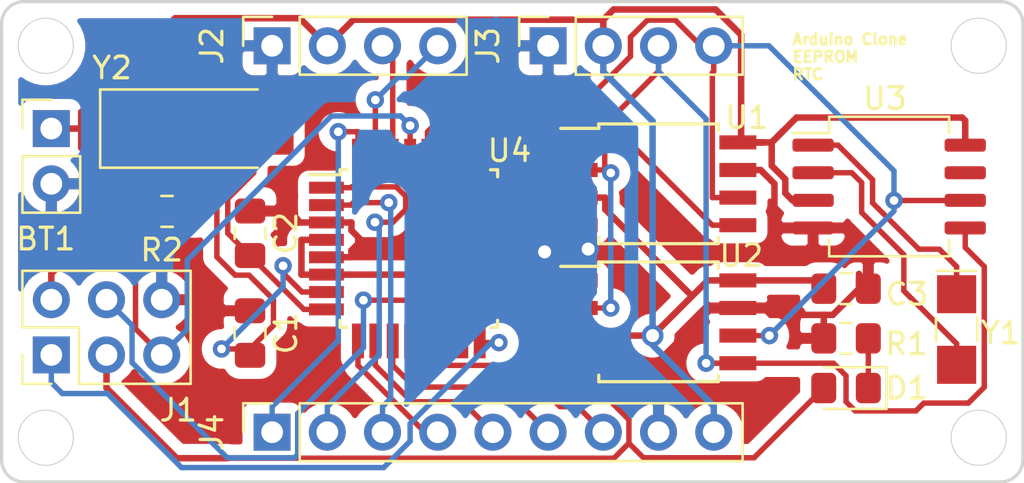
<source format=kicad_pcb>
(kicad_pcb (version 20171130) (host pcbnew 5.1.6-c6e7f7d~87~ubuntu18.04.1)

  (general
    (thickness 1.6)
    (drawings 13)
    (tracks 344)
    (zones 0)
    (modules 17)
    (nets 32)
  )

  (page A4)
  (title_block
    (title "Arduino Clone")
    (date 2020-09-26)
    (rev 1.0)
    (company "Will Frank")
  )

  (layers
    (0 F.Cu signal hide)
    (31 B.Cu mixed)
    (32 B.Adhes user)
    (33 F.Adhes user)
    (34 B.Paste user)
    (35 F.Paste user)
    (36 B.SilkS user)
    (37 F.SilkS user)
    (38 B.Mask user)
    (39 F.Mask user)
    (40 Dwgs.User user)
    (41 Cmts.User user)
    (42 Eco1.User user)
    (43 Eco2.User user)
    (44 Edge.Cuts user)
    (45 Margin user)
    (46 B.CrtYd user)
    (47 F.CrtYd user)
    (48 B.Fab user)
    (49 F.Fab user)
  )

  (setup
    (last_trace_width 0.25)
    (user_trace_width 0.3)
    (trace_clearance 0.2)
    (zone_clearance 0.508)
    (zone_45_only no)
    (trace_min 0.2)
    (via_size 0.8)
    (via_drill 0.4)
    (via_min_size 0.4)
    (via_min_drill 0.3)
    (user_via 1 0.6)
    (uvia_size 0.3)
    (uvia_drill 0.1)
    (uvias_allowed no)
    (uvia_min_size 0.2)
    (uvia_min_drill 0.1)
    (edge_width 0.05)
    (segment_width 0.2)
    (pcb_text_width 0.3)
    (pcb_text_size 1.5 1.5)
    (mod_edge_width 0.12)
    (mod_text_size 1 1)
    (mod_text_width 0.15)
    (pad_size 1.524 1.524)
    (pad_drill 0.762)
    (pad_to_mask_clearance 0.05)
    (aux_axis_origin 0 0)
    (visible_elements FFFFFF7F)
    (pcbplotparams
      (layerselection 0x010fc_ffffffff)
      (usegerberextensions false)
      (usegerberattributes true)
      (usegerberadvancedattributes true)
      (creategerberjobfile true)
      (excludeedgelayer true)
      (linewidth 0.100000)
      (plotframeref false)
      (viasonmask false)
      (mode 1)
      (useauxorigin false)
      (hpglpennumber 1)
      (hpglpenspeed 20)
      (hpglpendiameter 15.000000)
      (psnegative false)
      (psa4output false)
      (plotreference true)
      (plotvalue true)
      (plotinvisibletext false)
      (padsonsilk false)
      (subtractmaskfromsilk false)
      (outputformat 1)
      (mirror false)
      (drillshape 1)
      (scaleselection 1)
      (outputdirectory ""))
  )

  (net 0 "")
  (net 1 VCC)
  (net 2 GND)
  (net 3 "Net-(C1-Pad2)")
  (net 4 "Net-(C2-Pad2)")
  (net 5 "Net-(D1-Pad1)")
  (net 6 LED)
  (net 7 MISO)
  (net 8 MOSI)
  (net 9 RST)
  (net 10 TX)
  (net 11 RX)
  (net 12 SDA)
  (net 13 SCL)
  (net 14 D2)
  (net 15 D3)
  (net 16 D4)
  (net 17 D5)
  (net 18 D6)
  (net 19 D7)
  (net 20 D8)
  (net 21 A1)
  (net 22 A0)
  (net 23 "Net-(U3-Pad1)")
  (net 24 "Net-(U3-Pad2)")
  (net 25 "Net-(U3-Pad7)")
  (net 26 "Net-(U4-Pad13)")
  (net 27 "Net-(U4-Pad14)")
  (net 28 "Net-(U4-Pad19)")
  (net 29 "Net-(U4-Pad22)")
  (net 30 "Net-(U4-Pad25)")
  (net 31 "Net-(U4-Pad26)")

  (net_class Default "This is the default net class."
    (clearance 0.2)
    (trace_width 0.25)
    (via_dia 0.8)
    (via_drill 0.4)
    (uvia_dia 0.3)
    (uvia_drill 0.1)
    (add_net A0)
    (add_net A1)
    (add_net D2)
    (add_net D3)
    (add_net D4)
    (add_net D5)
    (add_net D6)
    (add_net D7)
    (add_net D8)
    (add_net LED)
    (add_net MISO)
    (add_net MOSI)
    (add_net "Net-(C1-Pad2)")
    (add_net "Net-(C2-Pad2)")
    (add_net "Net-(D1-Pad1)")
    (add_net "Net-(U3-Pad1)")
    (add_net "Net-(U3-Pad2)")
    (add_net "Net-(U3-Pad7)")
    (add_net "Net-(U4-Pad13)")
    (add_net "Net-(U4-Pad14)")
    (add_net "Net-(U4-Pad19)")
    (add_net "Net-(U4-Pad22)")
    (add_net "Net-(U4-Pad25)")
    (add_net "Net-(U4-Pad26)")
    (add_net RST)
    (add_net RX)
    (add_net SCL)
    (add_net SDA)
    (add_net TX)
  )

  (net_class Power ""
    (clearance 0.2)
    (trace_width 0.3)
    (via_dia 1)
    (via_drill 0.6)
    (uvia_dia 0.3)
    (uvia_drill 0.1)
    (add_net GND)
    (add_net VCC)
  )

  (module Package_SO:SOIJ-8_5.3x5.3mm_P1.27mm (layer F.Cu) (tedit 5A02F2D3) (tstamp 5F6F9400)
    (at 177.8 107.95)
    (descr "8-Lead Plastic Small Outline (SM) - Medium, 5.28 mm Body [SOIC] (see Microchip Packaging Specification 00000049BS.pdf)")
    (tags "SOIC 1.27")
    (path /5F72547B)
    (attr smd)
    (fp_text reference U2 (at 3.81 -3.048) (layer F.SilkS)
      (effects (font (size 1 1) (thickness 0.15)))
    )
    (fp_text value 24LC1025 (at 0 3.68) (layer F.Fab)
      (effects (font (size 1 1) (thickness 0.15)))
    )
    (fp_line (start -2.75 -2.55) (end -4.5 -2.55) (layer F.SilkS) (width 0.15))
    (fp_line (start -2.75 2.755) (end 2.75 2.755) (layer F.SilkS) (width 0.15))
    (fp_line (start -2.75 -2.755) (end 2.75 -2.755) (layer F.SilkS) (width 0.15))
    (fp_line (start -2.75 2.755) (end -2.75 2.455) (layer F.SilkS) (width 0.15))
    (fp_line (start 2.75 2.755) (end 2.75 2.455) (layer F.SilkS) (width 0.15))
    (fp_line (start 2.75 -2.755) (end 2.75 -2.455) (layer F.SilkS) (width 0.15))
    (fp_line (start -2.75 -2.755) (end -2.75 -2.55) (layer F.SilkS) (width 0.15))
    (fp_line (start -4.75 2.95) (end 4.75 2.95) (layer F.CrtYd) (width 0.05))
    (fp_line (start -4.75 -2.95) (end 4.75 -2.95) (layer F.CrtYd) (width 0.05))
    (fp_line (start 4.75 -2.95) (end 4.75 2.95) (layer F.CrtYd) (width 0.05))
    (fp_line (start -4.75 -2.95) (end -4.75 2.95) (layer F.CrtYd) (width 0.05))
    (fp_line (start -2.65 -1.65) (end -1.65 -2.65) (layer F.Fab) (width 0.15))
    (fp_line (start -2.65 2.65) (end -2.65 -1.65) (layer F.Fab) (width 0.15))
    (fp_line (start 2.65 2.65) (end -2.65 2.65) (layer F.Fab) (width 0.15))
    (fp_line (start 2.65 -2.65) (end 2.65 2.65) (layer F.Fab) (width 0.15))
    (fp_line (start -1.65 -2.65) (end 2.65 -2.65) (layer F.Fab) (width 0.15))
    (fp_text user %R (at 0 0) (layer F.Fab)
      (effects (font (size 1 1) (thickness 0.15)))
    )
    (pad 1 smd rect (at -3.65 -1.905) (size 1.7 0.65) (layers F.Cu F.Paste F.Mask)
      (net 22 A0))
    (pad 2 smd rect (at -3.65 -0.635) (size 1.7 0.65) (layers F.Cu F.Paste F.Mask)
      (net 21 A1))
    (pad 3 smd rect (at -3.65 0.635) (size 1.7 0.65) (layers F.Cu F.Paste F.Mask)
      (net 1 VCC))
    (pad 4 smd rect (at -3.65 1.905) (size 1.7 0.65) (layers F.Cu F.Paste F.Mask)
      (net 2 GND))
    (pad 5 smd rect (at 3.65 1.905) (size 1.7 0.65) (layers F.Cu F.Paste F.Mask)
      (net 12 SDA))
    (pad 6 smd rect (at 3.65 0.635) (size 1.7 0.65) (layers F.Cu F.Paste F.Mask)
      (net 13 SCL))
    (pad 7 smd rect (at 3.65 -0.635) (size 1.7 0.65) (layers F.Cu F.Paste F.Mask)
      (net 2 GND))
    (pad 8 smd rect (at 3.65 -1.905) (size 1.7 0.65) (layers F.Cu F.Paste F.Mask)
      (net 1 VCC))
    (model ${KISYS3DMOD}/Package_SO.3dshapes/SOIJ-8_5.3x5.3mm_P1.27mm.wrl
      (at (xyz 0 0 0))
      (scale (xyz 1 1 1))
      (rotate (xyz 0 0 0))
    )
  )

  (module Crystal:Crystal_SMD_5032-2Pin_5.0x3.2mm_HandSoldering (layer F.Cu) (tedit 5A0FD1B2) (tstamp 5F6F87B8)
    (at 156.658 99.06)
    (descr "SMD Crystal SERIES SMD2520/2 http://www.icbase.com/File/PDF/HKC/HKC00061008.pdf, hand-soldering, 5.0x3.2mm^2 package")
    (tags "SMD SMT crystal hand-soldering")
    (path /5F70BF66)
    (attr smd)
    (fp_text reference Y2 (at -4.004 -2.794) (layer F.SilkS)
      (effects (font (size 1 1) (thickness 0.15)))
    )
    (fp_text value "Crystal 16MHz" (at 0 2.8) (layer F.Fab)
      (effects (font (size 1 1) (thickness 0.15)))
    )
    (fp_circle (center 0 0) (end 0.093333 0) (layer F.Adhes) (width 0.186667))
    (fp_circle (center 0 0) (end 0.213333 0) (layer F.Adhes) (width 0.133333))
    (fp_circle (center 0 0) (end 0.333333 0) (layer F.Adhes) (width 0.133333))
    (fp_circle (center 0 0) (end 0.4 0) (layer F.Adhes) (width 0.1))
    (fp_line (start 4.6 -1.9) (end -4.6 -1.9) (layer F.CrtYd) (width 0.05))
    (fp_line (start 4.6 1.9) (end 4.6 -1.9) (layer F.CrtYd) (width 0.05))
    (fp_line (start -4.6 1.9) (end 4.6 1.9) (layer F.CrtYd) (width 0.05))
    (fp_line (start -4.6 -1.9) (end -4.6 1.9) (layer F.CrtYd) (width 0.05))
    (fp_line (start -4.55 1.8) (end 2.7 1.8) (layer F.SilkS) (width 0.12))
    (fp_line (start -4.55 -1.8) (end -4.55 1.8) (layer F.SilkS) (width 0.12))
    (fp_line (start 2.7 -1.8) (end -4.55 -1.8) (layer F.SilkS) (width 0.12))
    (fp_line (start -2.5 0.6) (end -1.5 1.6) (layer F.Fab) (width 0.1))
    (fp_line (start -2.5 -1.4) (end -2.3 -1.6) (layer F.Fab) (width 0.1))
    (fp_line (start -2.5 1.4) (end -2.5 -1.4) (layer F.Fab) (width 0.1))
    (fp_line (start -2.3 1.6) (end -2.5 1.4) (layer F.Fab) (width 0.1))
    (fp_line (start 2.3 1.6) (end -2.3 1.6) (layer F.Fab) (width 0.1))
    (fp_line (start 2.5 1.4) (end 2.3 1.6) (layer F.Fab) (width 0.1))
    (fp_line (start 2.5 -1.4) (end 2.5 1.4) (layer F.Fab) (width 0.1))
    (fp_line (start 2.3 -1.6) (end 2.5 -1.4) (layer F.Fab) (width 0.1))
    (fp_line (start -2.3 -1.6) (end 2.3 -1.6) (layer F.Fab) (width 0.1))
    (fp_text user %R (at 0 0) (layer F.Fab)
      (effects (font (size 1 1) (thickness 0.15)))
    )
    (pad 1 smd rect (at -2.6 0) (size 3.5 2.4) (layers F.Cu F.Paste F.Mask)
      (net 3 "Net-(C1-Pad2)"))
    (pad 2 smd rect (at 2.6 0) (size 3.5 2.4) (layers F.Cu F.Paste F.Mask)
      (net 4 "Net-(C2-Pad2)"))
    (model ${KISYS3DMOD}/Crystal.3dshapes/Crystal_SMD_5032-2Pin_5.0x3.2mm_HandSoldering.wrl
      (at (xyz 0 0 0))
      (scale (xyz 1 1 1))
      (rotate (xyz 0 0 0))
    )
  )

  (module Capacitor_SMD:C_0805_2012Metric_Pad1.15x1.40mm_HandSolder (layer F.Cu) (tedit 5B36C52B) (tstamp 5F6FCC7C)
    (at 186.427 106.426)
    (descr "Capacitor SMD 0805 (2012 Metric), square (rectangular) end terminal, IPC_7351 nominal with elongated pad for handsoldering. (Body size source: https://docs.google.com/spreadsheets/d/1BsfQQcO9C6DZCsRaXUlFlo91Tg2WpOkGARC1WS5S8t0/edit?usp=sharing), generated with kicad-footprint-generator")
    (tags "capacitor handsolder")
    (path /5F6F24E2)
    (attr smd)
    (fp_text reference C3 (at 2.803 0.254) (layer F.SilkS)
      (effects (font (size 1 1) (thickness 0.15)))
    )
    (fp_text value 10uF (at 0 1.65) (layer F.Fab)
      (effects (font (size 1 1) (thickness 0.15)))
    )
    (fp_text user %R (at 0 0) (layer F.Fab)
      (effects (font (size 0.5 0.5) (thickness 0.08)))
    )
    (fp_line (start -1 0.6) (end -1 -0.6) (layer F.Fab) (width 0.1))
    (fp_line (start -1 -0.6) (end 1 -0.6) (layer F.Fab) (width 0.1))
    (fp_line (start 1 -0.6) (end 1 0.6) (layer F.Fab) (width 0.1))
    (fp_line (start 1 0.6) (end -1 0.6) (layer F.Fab) (width 0.1))
    (fp_line (start -0.261252 -0.71) (end 0.261252 -0.71) (layer F.SilkS) (width 0.12))
    (fp_line (start -0.261252 0.71) (end 0.261252 0.71) (layer F.SilkS) (width 0.12))
    (fp_line (start -1.85 0.95) (end -1.85 -0.95) (layer F.CrtYd) (width 0.05))
    (fp_line (start -1.85 -0.95) (end 1.85 -0.95) (layer F.CrtYd) (width 0.05))
    (fp_line (start 1.85 -0.95) (end 1.85 0.95) (layer F.CrtYd) (width 0.05))
    (fp_line (start 1.85 0.95) (end -1.85 0.95) (layer F.CrtYd) (width 0.05))
    (pad 2 smd roundrect (at 1.025 0) (size 1.15 1.4) (layers F.Cu F.Paste F.Mask) (roundrect_rratio 0.217391)
      (net 2 GND))
    (pad 1 smd roundrect (at -1.025 0) (size 1.15 1.4) (layers F.Cu F.Paste F.Mask) (roundrect_rratio 0.217391)
      (net 1 VCC))
    (model ${KISYS3DMOD}/Capacitor_SMD.3dshapes/C_0805_2012Metric.wrl
      (at (xyz 0 0 0))
      (scale (xyz 1 1 1))
      (rotate (xyz 0 0 0))
    )
  )

  (module Package_QFP:TQFP-32_7x7mm_P0.8mm (layer F.Cu) (tedit 5A02F146) (tstamp 5F6F9569)
    (at 166.77 104.58)
    (descr "32-Lead Plastic Thin Quad Flatpack (PT) - 7x7x1.0 mm Body, 2.00 mm [TQFP] (see Microchip Packaging Specification 00000049BS.pdf)")
    (tags "QFP 0.8")
    (path /5F6F5F61)
    (attr smd)
    (fp_text reference U4 (at 4.172 -4.504) (layer F.SilkS)
      (effects (font (size 1 1) (thickness 0.15)))
    )
    (fp_text value ATMEGA328P-AU (at 0 6.05) (layer F.Fab)
      (effects (font (size 1 1) (thickness 0.15)))
    )
    (fp_line (start -3.625 -3.4) (end -5.05 -3.4) (layer F.SilkS) (width 0.15))
    (fp_line (start 3.625 -3.625) (end 3.3 -3.625) (layer F.SilkS) (width 0.15))
    (fp_line (start 3.625 3.625) (end 3.3 3.625) (layer F.SilkS) (width 0.15))
    (fp_line (start -3.625 3.625) (end -3.3 3.625) (layer F.SilkS) (width 0.15))
    (fp_line (start -3.625 -3.625) (end -3.3 -3.625) (layer F.SilkS) (width 0.15))
    (fp_line (start -3.625 3.625) (end -3.625 3.3) (layer F.SilkS) (width 0.15))
    (fp_line (start 3.625 3.625) (end 3.625 3.3) (layer F.SilkS) (width 0.15))
    (fp_line (start 3.625 -3.625) (end 3.625 -3.3) (layer F.SilkS) (width 0.15))
    (fp_line (start -3.625 -3.625) (end -3.625 -3.4) (layer F.SilkS) (width 0.15))
    (fp_line (start -5.3 5.3) (end 5.3 5.3) (layer F.CrtYd) (width 0.05))
    (fp_line (start -5.3 -5.3) (end 5.3 -5.3) (layer F.CrtYd) (width 0.05))
    (fp_line (start 5.3 -5.3) (end 5.3 5.3) (layer F.CrtYd) (width 0.05))
    (fp_line (start -5.3 -5.3) (end -5.3 5.3) (layer F.CrtYd) (width 0.05))
    (fp_line (start -3.5 -2.5) (end -2.5 -3.5) (layer F.Fab) (width 0.15))
    (fp_line (start -3.5 3.5) (end -3.5 -2.5) (layer F.Fab) (width 0.15))
    (fp_line (start 3.5 3.5) (end -3.5 3.5) (layer F.Fab) (width 0.15))
    (fp_line (start 3.5 -3.5) (end 3.5 3.5) (layer F.Fab) (width 0.15))
    (fp_line (start -2.5 -3.5) (end 3.5 -3.5) (layer F.Fab) (width 0.15))
    (fp_text user %R (at 0 0) (layer F.Fab)
      (effects (font (size 1 1) (thickness 0.15)))
    )
    (pad 1 smd rect (at -4.25 -2.8) (size 1.6 0.55) (layers F.Cu F.Paste F.Mask)
      (net 15 D3))
    (pad 2 smd rect (at -4.25 -2) (size 1.6 0.55) (layers F.Cu F.Paste F.Mask)
      (net 16 D4))
    (pad 3 smd rect (at -4.25 -1.2) (size 1.6 0.55) (layers F.Cu F.Paste F.Mask)
      (net 2 GND))
    (pad 4 smd rect (at -4.25 -0.4) (size 1.6 0.55) (layers F.Cu F.Paste F.Mask)
      (net 1 VCC))
    (pad 5 smd rect (at -4.25 0.4) (size 1.6 0.55) (layers F.Cu F.Paste F.Mask)
      (net 2 GND))
    (pad 6 smd rect (at -4.25 1.2) (size 1.6 0.55) (layers F.Cu F.Paste F.Mask)
      (net 1 VCC))
    (pad 7 smd rect (at -4.25 2) (size 1.6 0.55) (layers F.Cu F.Paste F.Mask)
      (net 3 "Net-(C1-Pad2)"))
    (pad 8 smd rect (at -4.25 2.8) (size 1.6 0.55) (layers F.Cu F.Paste F.Mask)
      (net 4 "Net-(C2-Pad2)"))
    (pad 9 smd rect (at -2.8 4.25 90) (size 1.6 0.55) (layers F.Cu F.Paste F.Mask)
      (net 17 D5))
    (pad 10 smd rect (at -2 4.25 90) (size 1.6 0.55) (layers F.Cu F.Paste F.Mask)
      (net 18 D6))
    (pad 11 smd rect (at -1.2 4.25 90) (size 1.6 0.55) (layers F.Cu F.Paste F.Mask)
      (net 19 D7))
    (pad 12 smd rect (at -0.4 4.25 90) (size 1.6 0.55) (layers F.Cu F.Paste F.Mask)
      (net 20 D8))
    (pad 13 smd rect (at 0.4 4.25 90) (size 1.6 0.55) (layers F.Cu F.Paste F.Mask)
      (net 26 "Net-(U4-Pad13)"))
    (pad 14 smd rect (at 1.2 4.25 90) (size 1.6 0.55) (layers F.Cu F.Paste F.Mask)
      (net 27 "Net-(U4-Pad14)"))
    (pad 15 smd rect (at 2 4.25 90) (size 1.6 0.55) (layers F.Cu F.Paste F.Mask)
      (net 8 MOSI))
    (pad 16 smd rect (at 2.8 4.25 90) (size 1.6 0.55) (layers F.Cu F.Paste F.Mask)
      (net 7 MISO))
    (pad 17 smd rect (at 4.25 2.8) (size 1.6 0.55) (layers F.Cu F.Paste F.Mask)
      (net 6 LED))
    (pad 18 smd rect (at 4.25 2) (size 1.6 0.55) (layers F.Cu F.Paste F.Mask)
      (net 1 VCC))
    (pad 19 smd rect (at 4.25 1.2) (size 1.6 0.55) (layers F.Cu F.Paste F.Mask)
      (net 28 "Net-(U4-Pad19)"))
    (pad 20 smd rect (at 4.25 0.4) (size 1.6 0.55) (layers F.Cu F.Paste F.Mask)
      (net 1 VCC))
    (pad 21 smd rect (at 4.25 -0.4) (size 1.6 0.55) (layers F.Cu F.Paste F.Mask)
      (net 2 GND))
    (pad 22 smd rect (at 4.25 -1.2) (size 1.6 0.55) (layers F.Cu F.Paste F.Mask)
      (net 29 "Net-(U4-Pad22)"))
    (pad 23 smd rect (at 4.25 -2) (size 1.6 0.55) (layers F.Cu F.Paste F.Mask)
      (net 22 A0))
    (pad 24 smd rect (at 4.25 -2.8) (size 1.6 0.55) (layers F.Cu F.Paste F.Mask)
      (net 21 A1))
    (pad 25 smd rect (at 2.8 -4.25 90) (size 1.6 0.55) (layers F.Cu F.Paste F.Mask)
      (net 30 "Net-(U4-Pad25)"))
    (pad 26 smd rect (at 2 -4.25 90) (size 1.6 0.55) (layers F.Cu F.Paste F.Mask)
      (net 31 "Net-(U4-Pad26)"))
    (pad 27 smd rect (at 1.2 -4.25 90) (size 1.6 0.55) (layers F.Cu F.Paste F.Mask)
      (net 12 SDA))
    (pad 28 smd rect (at 0.4 -4.25 90) (size 1.6 0.55) (layers F.Cu F.Paste F.Mask)
      (net 13 SCL))
    (pad 29 smd rect (at -0.4 -4.25 90) (size 1.6 0.55) (layers F.Cu F.Paste F.Mask)
      (net 9 RST))
    (pad 30 smd rect (at -1.2 -4.25 90) (size 1.6 0.55) (layers F.Cu F.Paste F.Mask)
      (net 11 RX))
    (pad 31 smd rect (at -2 -4.25 90) (size 1.6 0.55) (layers F.Cu F.Paste F.Mask)
      (net 10 TX))
    (pad 32 smd rect (at -2.8 -4.25 90) (size 1.6 0.55) (layers F.Cu F.Paste F.Mask)
      (net 14 D2))
    (model ${KISYS3DMOD}/Package_QFP.3dshapes/TQFP-32_7x7mm_P0.8mm.wrl
      (at (xyz 0 0 0))
      (scale (xyz 1 1 1))
      (rotate (xyz 0 0 0))
    )
  )

  (module Package_SO:SOIJ-8_5.3x5.3mm_P1.27mm (layer F.Cu) (tedit 5A02F2D3) (tstamp 5F6F98D9)
    (at 177.8 101.6)
    (descr "8-Lead Plastic Small Outline (SM) - Medium, 5.28 mm Body [SOIC] (see Microchip Packaging Specification 00000049BS.pdf)")
    (tags "SOIC 1.27")
    (path /5F6F5484)
    (attr smd)
    (fp_text reference U1 (at 4.064 -3.048) (layer F.SilkS)
      (effects (font (size 1 1) (thickness 0.15)))
    )
    (fp_text value 24LC1025 (at 0 3.68) (layer F.Fab)
      (effects (font (size 1 1) (thickness 0.15)))
    )
    (fp_text user %R (at 0 0) (layer F.Fab)
      (effects (font (size 1 1) (thickness 0.15)))
    )
    (fp_line (start -1.65 -2.65) (end 2.65 -2.65) (layer F.Fab) (width 0.15))
    (fp_line (start 2.65 -2.65) (end 2.65 2.65) (layer F.Fab) (width 0.15))
    (fp_line (start 2.65 2.65) (end -2.65 2.65) (layer F.Fab) (width 0.15))
    (fp_line (start -2.65 2.65) (end -2.65 -1.65) (layer F.Fab) (width 0.15))
    (fp_line (start -2.65 -1.65) (end -1.65 -2.65) (layer F.Fab) (width 0.15))
    (fp_line (start -4.75 -2.95) (end -4.75 2.95) (layer F.CrtYd) (width 0.05))
    (fp_line (start 4.75 -2.95) (end 4.75 2.95) (layer F.CrtYd) (width 0.05))
    (fp_line (start -4.75 -2.95) (end 4.75 -2.95) (layer F.CrtYd) (width 0.05))
    (fp_line (start -4.75 2.95) (end 4.75 2.95) (layer F.CrtYd) (width 0.05))
    (fp_line (start -2.75 -2.755) (end -2.75 -2.55) (layer F.SilkS) (width 0.15))
    (fp_line (start 2.75 -2.755) (end 2.75 -2.455) (layer F.SilkS) (width 0.15))
    (fp_line (start 2.75 2.755) (end 2.75 2.455) (layer F.SilkS) (width 0.15))
    (fp_line (start -2.75 2.755) (end -2.75 2.455) (layer F.SilkS) (width 0.15))
    (fp_line (start -2.75 -2.755) (end 2.75 -2.755) (layer F.SilkS) (width 0.15))
    (fp_line (start -2.75 2.755) (end 2.75 2.755) (layer F.SilkS) (width 0.15))
    (fp_line (start -2.75 -2.55) (end -4.5 -2.55) (layer F.SilkS) (width 0.15))
    (pad 8 smd rect (at 3.65 -1.905) (size 1.7 0.65) (layers F.Cu F.Paste F.Mask)
      (net 1 VCC))
    (pad 7 smd rect (at 3.65 -0.635) (size 1.7 0.65) (layers F.Cu F.Paste F.Mask)
      (net 2 GND))
    (pad 6 smd rect (at 3.65 0.635) (size 1.7 0.65) (layers F.Cu F.Paste F.Mask)
      (net 13 SCL))
    (pad 5 smd rect (at 3.65 1.905) (size 1.7 0.65) (layers F.Cu F.Paste F.Mask)
      (net 12 SDA))
    (pad 4 smd rect (at -3.65 1.905) (size 1.7 0.65) (layers F.Cu F.Paste F.Mask)
      (net 2 GND))
    (pad 3 smd rect (at -3.65 0.635) (size 1.7 0.65) (layers F.Cu F.Paste F.Mask)
      (net 1 VCC))
    (pad 2 smd rect (at -3.65 -0.635) (size 1.7 0.65) (layers F.Cu F.Paste F.Mask)
      (net 21 A1))
    (pad 1 smd rect (at -3.65 -1.905) (size 1.7 0.65) (layers F.Cu F.Paste F.Mask)
      (net 22 A0))
    (model ${KISYS3DMOD}/Package_SO.3dshapes/SOIJ-8_5.3x5.3mm_P1.27mm.wrl
      (at (xyz 0 0 0))
      (scale (xyz 1 1 1))
      (rotate (xyz 0 0 0))
    )
  )

  (module Capacitor_SMD:C_0805_2012Metric_Pad1.15x1.40mm_HandSolder (layer F.Cu) (tedit 5B36C52B) (tstamp 5F6FB15F)
    (at 159.004 103.877 270)
    (descr "Capacitor SMD 0805 (2012 Metric), square (rectangular) end terminal, IPC_7351 nominal with elongated pad for handsoldering. (Body size source: https://docs.google.com/spreadsheets/d/1BsfQQcO9C6DZCsRaXUlFlo91Tg2WpOkGARC1WS5S8t0/edit?usp=sharing), generated with kicad-footprint-generator")
    (tags "capacitor handsolder")
    (path /5F6F28A5)
    (attr smd)
    (fp_text reference C2 (at 0 -1.65 90) (layer F.SilkS)
      (effects (font (size 1 1) (thickness 0.15)))
    )
    (fp_text value 22pF (at 0 1.65 90) (layer F.Fab)
      (effects (font (size 1 1) (thickness 0.15)))
    )
    (fp_line (start 1.85 0.95) (end -1.85 0.95) (layer F.CrtYd) (width 0.05))
    (fp_line (start 1.85 -0.95) (end 1.85 0.95) (layer F.CrtYd) (width 0.05))
    (fp_line (start -1.85 -0.95) (end 1.85 -0.95) (layer F.CrtYd) (width 0.05))
    (fp_line (start -1.85 0.95) (end -1.85 -0.95) (layer F.CrtYd) (width 0.05))
    (fp_line (start -0.261252 0.71) (end 0.261252 0.71) (layer F.SilkS) (width 0.12))
    (fp_line (start -0.261252 -0.71) (end 0.261252 -0.71) (layer F.SilkS) (width 0.12))
    (fp_line (start 1 0.6) (end -1 0.6) (layer F.Fab) (width 0.1))
    (fp_line (start 1 -0.6) (end 1 0.6) (layer F.Fab) (width 0.1))
    (fp_line (start -1 -0.6) (end 1 -0.6) (layer F.Fab) (width 0.1))
    (fp_line (start -1 0.6) (end -1 -0.6) (layer F.Fab) (width 0.1))
    (fp_text user %R (at 0 0 90) (layer F.Fab)
      (effects (font (size 0.5 0.5) (thickness 0.08)))
    )
    (pad 1 smd roundrect (at -1.025 0 270) (size 1.15 1.4) (layers F.Cu F.Paste F.Mask) (roundrect_rratio 0.217391)
      (net 2 GND))
    (pad 2 smd roundrect (at 1.025 0 270) (size 1.15 1.4) (layers F.Cu F.Paste F.Mask) (roundrect_rratio 0.217391)
      (net 4 "Net-(C2-Pad2)"))
    (model ${KISYS3DMOD}/Capacitor_SMD.3dshapes/C_0805_2012Metric.wrl
      (at (xyz 0 0 0))
      (scale (xyz 1 1 1))
      (rotate (xyz 0 0 0))
    )
  )

  (module Package_SO:SO-8_5.3x6.2mm_P1.27mm (layer F.Cu) (tedit 5EA5315B) (tstamp 5F6F8753)
    (at 188.412 101.727)
    (descr "SO, 8 Pin (https://www.ti.com/lit/ml/msop001a/msop001a.pdf), generated with kicad-footprint-generator ipc_gullwing_generator.py")
    (tags "SO SO")
    (path /5F707987)
    (attr smd)
    (fp_text reference U3 (at -0.198 -4.05) (layer F.SilkS)
      (effects (font (size 1 1) (thickness 0.15)))
    )
    (fp_text value DS13375+ (at 0 4.05) (layer F.Fab)
      (effects (font (size 1 1) (thickness 0.15)))
    )
    (fp_line (start 4.7 -3.35) (end -4.7 -3.35) (layer F.CrtYd) (width 0.05))
    (fp_line (start 4.7 3.35) (end 4.7 -3.35) (layer F.CrtYd) (width 0.05))
    (fp_line (start -4.7 3.35) (end 4.7 3.35) (layer F.CrtYd) (width 0.05))
    (fp_line (start -4.7 -3.35) (end -4.7 3.35) (layer F.CrtYd) (width 0.05))
    (fp_line (start -2.65 -2.1) (end -1.65 -3.1) (layer F.Fab) (width 0.1))
    (fp_line (start -2.65 3.1) (end -2.65 -2.1) (layer F.Fab) (width 0.1))
    (fp_line (start 2.65 3.1) (end -2.65 3.1) (layer F.Fab) (width 0.1))
    (fp_line (start 2.65 -3.1) (end 2.65 3.1) (layer F.Fab) (width 0.1))
    (fp_line (start -1.65 -3.1) (end 2.65 -3.1) (layer F.Fab) (width 0.1))
    (fp_line (start -2.76 -2.465) (end -4.45 -2.465) (layer F.SilkS) (width 0.12))
    (fp_line (start -2.76 -3.21) (end -2.76 -2.465) (layer F.SilkS) (width 0.12))
    (fp_line (start 0 -3.21) (end -2.76 -3.21) (layer F.SilkS) (width 0.12))
    (fp_line (start 2.76 -3.21) (end 2.76 -2.465) (layer F.SilkS) (width 0.12))
    (fp_line (start 0 -3.21) (end 2.76 -3.21) (layer F.SilkS) (width 0.12))
    (fp_line (start -2.76 3.21) (end -2.76 2.465) (layer F.SilkS) (width 0.12))
    (fp_line (start 0 3.21) (end -2.76 3.21) (layer F.SilkS) (width 0.12))
    (fp_line (start 2.76 3.21) (end 2.76 2.465) (layer F.SilkS) (width 0.12))
    (fp_line (start 0 3.21) (end 2.76 3.21) (layer F.SilkS) (width 0.12))
    (fp_text user %R (at 0 0) (layer F.Fab)
      (effects (font (size 1 1) (thickness 0.15)))
    )
    (pad 1 smd roundrect (at -3.5 -1.905) (size 1.9 0.6) (layers F.Cu F.Paste F.Mask) (roundrect_rratio 0.25)
      (net 23 "Net-(U3-Pad1)"))
    (pad 2 smd roundrect (at -3.5 -0.635) (size 1.9 0.6) (layers F.Cu F.Paste F.Mask) (roundrect_rratio 0.25)
      (net 24 "Net-(U3-Pad2)"))
    (pad 3 smd roundrect (at -3.5 0.635) (size 1.9 0.6) (layers F.Cu F.Paste F.Mask) (roundrect_rratio 0.25)
      (net 1 VCC))
    (pad 4 smd roundrect (at -3.5 1.905) (size 1.9 0.6) (layers F.Cu F.Paste F.Mask) (roundrect_rratio 0.25)
      (net 2 GND))
    (pad 5 smd roundrect (at 3.5 1.905) (size 1.9 0.6) (layers F.Cu F.Paste F.Mask) (roundrect_rratio 0.25)
      (net 12 SDA))
    (pad 6 smd roundrect (at 3.5 0.635) (size 1.9 0.6) (layers F.Cu F.Paste F.Mask) (roundrect_rratio 0.25)
      (net 13 SCL))
    (pad 7 smd roundrect (at 3.5 -0.635) (size 1.9 0.6) (layers F.Cu F.Paste F.Mask) (roundrect_rratio 0.25)
      (net 25 "Net-(U3-Pad7)"))
    (pad 8 smd roundrect (at 3.5 -1.905) (size 1.9 0.6) (layers F.Cu F.Paste F.Mask) (roundrect_rratio 0.25)
      (net 1 VCC))
    (model ${KISYS3DMOD}/Package_SO.3dshapes/SO-8_5.3x6.2mm_P1.27mm.wrl
      (at (xyz 0 0 0))
      (scale (xyz 1 1 1))
      (rotate (xyz 0 0 0))
    )
  )

  (module Connector_PinHeader_2.54mm:PinHeader_1x02_P2.54mm_Vertical (layer F.Cu) (tedit 59FED5CC) (tstamp 5F6F9D52)
    (at 149.86 99.06)
    (descr "Through hole straight pin header, 1x02, 2.54mm pitch, single row")
    (tags "Through hole pin header THT 1x02 2.54mm single row")
    (path /5F6F1D85)
    (fp_text reference BT1 (at -0.254 5.08) (layer F.SilkS)
      (effects (font (size 1 1) (thickness 0.15)))
    )
    (fp_text value "Battery 3V" (at 0 4.87) (layer F.Fab)
      (effects (font (size 1 1) (thickness 0.15)))
    )
    (fp_line (start 1.8 -1.8) (end -1.8 -1.8) (layer F.CrtYd) (width 0.05))
    (fp_line (start 1.8 4.35) (end 1.8 -1.8) (layer F.CrtYd) (width 0.05))
    (fp_line (start -1.8 4.35) (end 1.8 4.35) (layer F.CrtYd) (width 0.05))
    (fp_line (start -1.8 -1.8) (end -1.8 4.35) (layer F.CrtYd) (width 0.05))
    (fp_line (start -1.33 -1.33) (end 0 -1.33) (layer F.SilkS) (width 0.12))
    (fp_line (start -1.33 0) (end -1.33 -1.33) (layer F.SilkS) (width 0.12))
    (fp_line (start -1.33 1.27) (end 1.33 1.27) (layer F.SilkS) (width 0.12))
    (fp_line (start 1.33 1.27) (end 1.33 3.87) (layer F.SilkS) (width 0.12))
    (fp_line (start -1.33 1.27) (end -1.33 3.87) (layer F.SilkS) (width 0.12))
    (fp_line (start -1.33 3.87) (end 1.33 3.87) (layer F.SilkS) (width 0.12))
    (fp_line (start -1.27 -0.635) (end -0.635 -1.27) (layer F.Fab) (width 0.1))
    (fp_line (start -1.27 3.81) (end -1.27 -0.635) (layer F.Fab) (width 0.1))
    (fp_line (start 1.27 3.81) (end -1.27 3.81) (layer F.Fab) (width 0.1))
    (fp_line (start 1.27 -1.27) (end 1.27 3.81) (layer F.Fab) (width 0.1))
    (fp_line (start -0.635 -1.27) (end 1.27 -1.27) (layer F.Fab) (width 0.1))
    (fp_text user %R (at 0 1.27 90) (layer F.Fab)
      (effects (font (size 1 1) (thickness 0.15)))
    )
    (pad 1 thru_hole rect (at 0 0) (size 1.7 1.7) (drill 1) (layers *.Cu *.Mask)
      (net 1 VCC))
    (pad 2 thru_hole oval (at 0 2.54) (size 1.7 1.7) (drill 1) (layers *.Cu *.Mask)
      (net 2 GND))
    (model ${KISYS3DMOD}/Connector_PinHeader_2.54mm.3dshapes/PinHeader_1x02_P2.54mm_Vertical.wrl
      (at (xyz 0 0 0))
      (scale (xyz 1 1 1))
      (rotate (xyz 0 0 0))
    )
  )

  (module Capacitor_SMD:C_0805_2012Metric_Pad1.15x1.40mm_HandSolder (layer F.Cu) (tedit 5B36C52B) (tstamp 5F6FAFF6)
    (at 159.004 108.467 270)
    (descr "Capacitor SMD 0805 (2012 Metric), square (rectangular) end terminal, IPC_7351 nominal with elongated pad for handsoldering. (Body size source: https://docs.google.com/spreadsheets/d/1BsfQQcO9C6DZCsRaXUlFlo91Tg2WpOkGARC1WS5S8t0/edit?usp=sharing), generated with kicad-footprint-generator")
    (tags "capacitor handsolder")
    (path /5F6F22BF)
    (attr smd)
    (fp_text reference C1 (at 0 -1.65 90) (layer F.SilkS)
      (effects (font (size 1 1) (thickness 0.15)))
    )
    (fp_text value 22pF (at 0 1.65 90) (layer F.Fab)
      (effects (font (size 1 1) (thickness 0.15)))
    )
    (fp_line (start 1.85 0.95) (end -1.85 0.95) (layer F.CrtYd) (width 0.05))
    (fp_line (start 1.85 -0.95) (end 1.85 0.95) (layer F.CrtYd) (width 0.05))
    (fp_line (start -1.85 -0.95) (end 1.85 -0.95) (layer F.CrtYd) (width 0.05))
    (fp_line (start -1.85 0.95) (end -1.85 -0.95) (layer F.CrtYd) (width 0.05))
    (fp_line (start -0.261252 0.71) (end 0.261252 0.71) (layer F.SilkS) (width 0.12))
    (fp_line (start -0.261252 -0.71) (end 0.261252 -0.71) (layer F.SilkS) (width 0.12))
    (fp_line (start 1 0.6) (end -1 0.6) (layer F.Fab) (width 0.1))
    (fp_line (start 1 -0.6) (end 1 0.6) (layer F.Fab) (width 0.1))
    (fp_line (start -1 -0.6) (end 1 -0.6) (layer F.Fab) (width 0.1))
    (fp_line (start -1 0.6) (end -1 -0.6) (layer F.Fab) (width 0.1))
    (fp_text user %R (at 0 0 90) (layer F.Fab)
      (effects (font (size 0.5 0.5) (thickness 0.08)))
    )
    (pad 1 smd roundrect (at -1.025 0 270) (size 1.15 1.4) (layers F.Cu F.Paste F.Mask) (roundrect_rratio 0.217391)
      (net 2 GND))
    (pad 2 smd roundrect (at 1.025 0 270) (size 1.15 1.4) (layers F.Cu F.Paste F.Mask) (roundrect_rratio 0.217391)
      (net 3 "Net-(C1-Pad2)"))
    (model ${KISYS3DMOD}/Capacitor_SMD.3dshapes/C_0805_2012Metric.wrl
      (at (xyz 0 0 0))
      (scale (xyz 1 1 1))
      (rotate (xyz 0 0 0))
    )
  )

  (module LED_SMD:LED_0805_2012Metric_Pad1.15x1.40mm_HandSolder (layer F.Cu) (tedit 5B4B45C9) (tstamp 5F6F866F)
    (at 186.427 110.998 180)
    (descr "LED SMD 0805 (2012 Metric), square (rectangular) end terminal, IPC_7351 nominal, (Body size source: https://docs.google.com/spreadsheets/d/1BsfQQcO9C6DZCsRaXUlFlo91Tg2WpOkGARC1WS5S8t0/edit?usp=sharing), generated with kicad-footprint-generator")
    (tags "LED handsolder")
    (path /5F6F3035)
    (attr smd)
    (fp_text reference D1 (at -2.803 0) (layer F.SilkS)
      (effects (font (size 1 1) (thickness 0.15)))
    )
    (fp_text value LED (at 0 1.65 270) (layer F.Fab)
      (effects (font (size 1 1) (thickness 0.15)))
    )
    (fp_line (start 1.85 0.95) (end -1.85 0.95) (layer F.CrtYd) (width 0.05))
    (fp_line (start 1.85 -0.95) (end 1.85 0.95) (layer F.CrtYd) (width 0.05))
    (fp_line (start -1.85 -0.95) (end 1.85 -0.95) (layer F.CrtYd) (width 0.05))
    (fp_line (start -1.85 0.95) (end -1.85 -0.95) (layer F.CrtYd) (width 0.05))
    (fp_line (start -1.86 0.96) (end 1 0.96) (layer F.SilkS) (width 0.12))
    (fp_line (start -1.86 -0.96) (end -1.86 0.96) (layer F.SilkS) (width 0.12))
    (fp_line (start 1 -0.96) (end -1.86 -0.96) (layer F.SilkS) (width 0.12))
    (fp_line (start 1 0.6) (end 1 -0.6) (layer F.Fab) (width 0.1))
    (fp_line (start -1 0.6) (end 1 0.6) (layer F.Fab) (width 0.1))
    (fp_line (start -1 -0.3) (end -1 0.6) (layer F.Fab) (width 0.1))
    (fp_line (start -0.7 -0.6) (end -1 -0.3) (layer F.Fab) (width 0.1))
    (fp_line (start 1 -0.6) (end -0.7 -0.6) (layer F.Fab) (width 0.1))
    (fp_text user %R (at 0 0) (layer F.Fab)
      (effects (font (size 0.5 0.5) (thickness 0.08)))
    )
    (pad 1 smd roundrect (at -1.025 0 180) (size 1.15 1.4) (layers F.Cu F.Paste F.Mask) (roundrect_rratio 0.217391)
      (net 5 "Net-(D1-Pad1)"))
    (pad 2 smd roundrect (at 1.025 0 180) (size 1.15 1.4) (layers F.Cu F.Paste F.Mask) (roundrect_rratio 0.217391)
      (net 6 LED))
    (model ${KISYS3DMOD}/LED_SMD.3dshapes/LED_0805_2012Metric.wrl
      (at (xyz 0 0 0))
      (scale (xyz 1 1 1))
      (rotate (xyz 0 0 0))
    )
  )

  (module Resistor_SMD:R_0805_2012Metric_Pad1.15x1.40mm_HandSolder (layer F.Cu) (tedit 5B36C52B) (tstamp 5F6F86E9)
    (at 186.427 108.712 180)
    (descr "Resistor SMD 0805 (2012 Metric), square (rectangular) end terminal, IPC_7351 nominal with elongated pad for handsoldering. (Body size source: https://docs.google.com/spreadsheets/d/1BsfQQcO9C6DZCsRaXUlFlo91Tg2WpOkGARC1WS5S8t0/edit?usp=sharing), generated with kicad-footprint-generator")
    (tags "resistor handsolder")
    (path /5F6F4883)
    (attr smd)
    (fp_text reference R1 (at -2.785 -0.254) (layer F.SilkS)
      (effects (font (size 1 1) (thickness 0.15)))
    )
    (fp_text value 330R (at 0 1.65 270) (layer F.Fab)
      (effects (font (size 1 1) (thickness 0.15)))
    )
    (fp_line (start 1.85 0.95) (end -1.85 0.95) (layer F.CrtYd) (width 0.05))
    (fp_line (start 1.85 -0.95) (end 1.85 0.95) (layer F.CrtYd) (width 0.05))
    (fp_line (start -1.85 -0.95) (end 1.85 -0.95) (layer F.CrtYd) (width 0.05))
    (fp_line (start -1.85 0.95) (end -1.85 -0.95) (layer F.CrtYd) (width 0.05))
    (fp_line (start -0.261252 0.71) (end 0.261252 0.71) (layer F.SilkS) (width 0.12))
    (fp_line (start -0.261252 -0.71) (end 0.261252 -0.71) (layer F.SilkS) (width 0.12))
    (fp_line (start 1 0.6) (end -1 0.6) (layer F.Fab) (width 0.1))
    (fp_line (start 1 -0.6) (end 1 0.6) (layer F.Fab) (width 0.1))
    (fp_line (start -1 -0.6) (end 1 -0.6) (layer F.Fab) (width 0.1))
    (fp_line (start -1 0.6) (end -1 -0.6) (layer F.Fab) (width 0.1))
    (fp_text user %R (at 0 0) (layer F.Fab)
      (effects (font (size 0.5 0.5) (thickness 0.08)))
    )
    (pad 1 smd roundrect (at -1.025 0 180) (size 1.15 1.4) (layers F.Cu F.Paste F.Mask) (roundrect_rratio 0.217391)
      (net 5 "Net-(D1-Pad1)"))
    (pad 2 smd roundrect (at 1.025 0 180) (size 1.15 1.4) (layers F.Cu F.Paste F.Mask) (roundrect_rratio 0.217391)
      (net 2 GND))
    (model ${KISYS3DMOD}/Resistor_SMD.3dshapes/R_0805_2012Metric.wrl
      (at (xyz 0 0 0))
      (scale (xyz 1 1 1))
      (rotate (xyz 0 0 0))
    )
  )

  (module Resistor_SMD:R_0805_2012Metric_Pad1.15x1.40mm_HandSolder (layer F.Cu) (tedit 5B36C52B) (tstamp 5F6FA354)
    (at 155.185 102.87)
    (descr "Resistor SMD 0805 (2012 Metric), square (rectangular) end terminal, IPC_7351 nominal with elongated pad for handsoldering. (Body size source: https://docs.google.com/spreadsheets/d/1BsfQQcO9C6DZCsRaXUlFlo91Tg2WpOkGARC1WS5S8t0/edit?usp=sharing), generated with kicad-footprint-generator")
    (tags "resistor handsolder")
    (path /5F6F4CF4)
    (attr smd)
    (fp_text reference R2 (at -0.245 1.778) (layer F.SilkS)
      (effects (font (size 1 1) (thickness 0.15)))
    )
    (fp_text value 10k (at 0 1.65) (layer F.Fab)
      (effects (font (size 1 1) (thickness 0.15)))
    )
    (fp_text user %R (at 0 0) (layer F.Fab)
      (effects (font (size 0.5 0.5) (thickness 0.08)))
    )
    (fp_line (start -1 0.6) (end -1 -0.6) (layer F.Fab) (width 0.1))
    (fp_line (start -1 -0.6) (end 1 -0.6) (layer F.Fab) (width 0.1))
    (fp_line (start 1 -0.6) (end 1 0.6) (layer F.Fab) (width 0.1))
    (fp_line (start 1 0.6) (end -1 0.6) (layer F.Fab) (width 0.1))
    (fp_line (start -0.261252 -0.71) (end 0.261252 -0.71) (layer F.SilkS) (width 0.12))
    (fp_line (start -0.261252 0.71) (end 0.261252 0.71) (layer F.SilkS) (width 0.12))
    (fp_line (start -1.85 0.95) (end -1.85 -0.95) (layer F.CrtYd) (width 0.05))
    (fp_line (start -1.85 -0.95) (end 1.85 -0.95) (layer F.CrtYd) (width 0.05))
    (fp_line (start 1.85 -0.95) (end 1.85 0.95) (layer F.CrtYd) (width 0.05))
    (fp_line (start 1.85 0.95) (end -1.85 0.95) (layer F.CrtYd) (width 0.05))
    (pad 2 smd roundrect (at 1.025 0) (size 1.15 1.4) (layers F.Cu F.Paste F.Mask) (roundrect_rratio 0.217391)
      (net 9 RST))
    (pad 1 smd roundrect (at -1.025 0) (size 1.15 1.4) (layers F.Cu F.Paste F.Mask) (roundrect_rratio 0.217391)
      (net 1 VCC))
    (model ${KISYS3DMOD}/Resistor_SMD.3dshapes/R_0805_2012Metric.wrl
      (at (xyz 0 0 0))
      (scale (xyz 1 1 1))
      (rotate (xyz 0 0 0))
    )
  )

  (module Crystal:Crystal_SMD_MicroCrystal_CC7V-T1A-2Pin_3.2x1.5mm_HandSoldering (layer F.Cu) (tedit 5A0FD1B2) (tstamp 5F6F879D)
    (at 191.516 108.305 270)
    (descr "SMD Crystal MicroCrystal CC7V-T1A/CM7V-T1A series http://www.microcrystal.com/images/_Product-Documentation/01_TF_ceramic_Packages/01_Datasheet/CC1V-T1A.pdf, hand-soldering, 3.2x1.5mm^2 package")
    (tags "SMD SMT crystal hand-soldering")
    (path /5F70A747)
    (attr smd)
    (fp_text reference Y1 (at 0.153 -2.032 180) (layer F.SilkS)
      (effects (font (size 1 1) (thickness 0.15)))
    )
    (fp_text value "Crystal 32MHz" (at 0 1.95 90) (layer F.Fab)
      (effects (font (size 1 1) (thickness 0.15)))
    )
    (fp_line (start 2.8 -1.2) (end -2.8 -1.2) (layer F.CrtYd) (width 0.05))
    (fp_line (start 2.8 1.2) (end 2.8 -1.2) (layer F.CrtYd) (width 0.05))
    (fp_line (start -2.8 1.2) (end 2.8 1.2) (layer F.CrtYd) (width 0.05))
    (fp_line (start -2.8 -1.2) (end -2.8 1.2) (layer F.CrtYd) (width 0.05))
    (fp_line (start -2.7 -0.9) (end -2.7 0.9) (layer F.SilkS) (width 0.12))
    (fp_line (start -0.55 0.95) (end 0.55 0.95) (layer F.SilkS) (width 0.12))
    (fp_line (start -0.55 -0.95) (end 0.55 -0.95) (layer F.SilkS) (width 0.12))
    (fp_line (start -1.6 0.25) (end -1.1 0.75) (layer F.Fab) (width 0.1))
    (fp_line (start 1.6 -0.75) (end -1.6 -0.75) (layer F.Fab) (width 0.1))
    (fp_line (start 1.6 0.75) (end 1.6 -0.75) (layer F.Fab) (width 0.1))
    (fp_line (start -1.6 0.75) (end 1.6 0.75) (layer F.Fab) (width 0.1))
    (fp_line (start -1.6 -0.75) (end -1.6 0.75) (layer F.Fab) (width 0.1))
    (fp_text user %R (at 0 0 90) (layer F.Fab)
      (effects (font (size 0.7 0.7) (thickness 0.105)))
    )
    (pad 1 smd rect (at -1.625 0 270) (size 1.75 1.8) (layers F.Cu F.Paste F.Mask)
      (net 23 "Net-(U3-Pad1)"))
    (pad 2 smd rect (at 1.625 0 270) (size 1.75 1.8) (layers F.Cu F.Paste F.Mask)
      (net 24 "Net-(U3-Pad2)"))
    (model ${KISYS3DMOD}/Crystal.3dshapes/Crystal_SMD_MicroCrystal_CC7V-T1A-2Pin_3.2x1.5mm_HandSoldering.wrl
      (at (xyz 0 0 0))
      (scale (xyz 1 1 1))
      (rotate (xyz 0 0 0))
    )
  )

  (module Connector_PinSocket_2.54mm:PinSocket_1x04_P2.54mm_Vertical (layer F.Cu) (tedit 5A19A429) (tstamp 5F6FE698)
    (at 160.02 95.25 90)
    (descr "Through hole straight socket strip, 1x04, 2.54mm pitch, single row (from Kicad 4.0.7), script generated")
    (tags "Through hole socket strip THT 1x04 2.54mm single row")
    (path /5F7033D2)
    (fp_text reference J2 (at 0 -2.77 90) (layer F.SilkS)
      (effects (font (size 1 1) (thickness 0.15)))
    )
    (fp_text value Serial (at 0 10.39 90) (layer F.Fab)
      (effects (font (size 1 1) (thickness 0.15)))
    )
    (fp_text user %R (at 0 3.81) (layer F.Fab)
      (effects (font (size 1 1) (thickness 0.15)))
    )
    (fp_line (start -1.27 -1.27) (end 0.635 -1.27) (layer F.Fab) (width 0.1))
    (fp_line (start 0.635 -1.27) (end 1.27 -0.635) (layer F.Fab) (width 0.1))
    (fp_line (start 1.27 -0.635) (end 1.27 8.89) (layer F.Fab) (width 0.1))
    (fp_line (start 1.27 8.89) (end -1.27 8.89) (layer F.Fab) (width 0.1))
    (fp_line (start -1.27 8.89) (end -1.27 -1.27) (layer F.Fab) (width 0.1))
    (fp_line (start -1.33 1.27) (end 1.33 1.27) (layer F.SilkS) (width 0.12))
    (fp_line (start -1.33 1.27) (end -1.33 8.95) (layer F.SilkS) (width 0.12))
    (fp_line (start -1.33 8.95) (end 1.33 8.95) (layer F.SilkS) (width 0.12))
    (fp_line (start 1.33 1.27) (end 1.33 8.95) (layer F.SilkS) (width 0.12))
    (fp_line (start 1.33 -1.33) (end 1.33 0) (layer F.SilkS) (width 0.12))
    (fp_line (start 0 -1.33) (end 1.33 -1.33) (layer F.SilkS) (width 0.12))
    (fp_line (start -1.8 -1.8) (end 1.75 -1.8) (layer F.CrtYd) (width 0.05))
    (fp_line (start 1.75 -1.8) (end 1.75 9.4) (layer F.CrtYd) (width 0.05))
    (fp_line (start 1.75 9.4) (end -1.8 9.4) (layer F.CrtYd) (width 0.05))
    (fp_line (start -1.8 9.4) (end -1.8 -1.8) (layer F.CrtYd) (width 0.05))
    (pad 4 thru_hole oval (at 0 7.62 90) (size 1.7 1.7) (drill 1) (layers *.Cu *.Mask)
      (net 10 TX))
    (pad 3 thru_hole oval (at 0 5.08 90) (size 1.7 1.7) (drill 1) (layers *.Cu *.Mask)
      (net 11 RX))
    (pad 2 thru_hole oval (at 0 2.54 90) (size 1.7 1.7) (drill 1) (layers *.Cu *.Mask)
      (net 1 VCC))
    (pad 1 thru_hole rect (at 0 0 90) (size 1.7 1.7) (drill 1) (layers *.Cu *.Mask)
      (net 2 GND))
    (model ${KISYS3DMOD}/Connector_PinSocket_2.54mm.3dshapes/PinSocket_1x04_P2.54mm_Vertical.wrl
      (at (xyz 0 0 0))
      (scale (xyz 1 1 1))
      (rotate (xyz 0 0 0))
    )
  )

  (module Connector_PinSocket_2.54mm:PinSocket_1x04_P2.54mm_Vertical (layer F.Cu) (tedit 5A19A429) (tstamp 5F6FE6AF)
    (at 172.72 95.25 90)
    (descr "Through hole straight socket strip, 1x04, 2.54mm pitch, single row (from Kicad 4.0.7), script generated")
    (tags "Through hole socket strip THT 1x04 2.54mm single row")
    (path /5F70141A)
    (fp_text reference J3 (at 0 -2.77 90) (layer F.SilkS)
      (effects (font (size 1 1) (thickness 0.15)))
    )
    (fp_text value I2C (at 0 10.39 90) (layer F.Fab)
      (effects (font (size 1 1) (thickness 0.15)))
    )
    (fp_line (start -1.8 9.4) (end -1.8 -1.8) (layer F.CrtYd) (width 0.05))
    (fp_line (start 1.75 9.4) (end -1.8 9.4) (layer F.CrtYd) (width 0.05))
    (fp_line (start 1.75 -1.8) (end 1.75 9.4) (layer F.CrtYd) (width 0.05))
    (fp_line (start -1.8 -1.8) (end 1.75 -1.8) (layer F.CrtYd) (width 0.05))
    (fp_line (start 0 -1.33) (end 1.33 -1.33) (layer F.SilkS) (width 0.12))
    (fp_line (start 1.33 -1.33) (end 1.33 0) (layer F.SilkS) (width 0.12))
    (fp_line (start 1.33 1.27) (end 1.33 8.95) (layer F.SilkS) (width 0.12))
    (fp_line (start -1.33 8.95) (end 1.33 8.95) (layer F.SilkS) (width 0.12))
    (fp_line (start -1.33 1.27) (end -1.33 8.95) (layer F.SilkS) (width 0.12))
    (fp_line (start -1.33 1.27) (end 1.33 1.27) (layer F.SilkS) (width 0.12))
    (fp_line (start -1.27 8.89) (end -1.27 -1.27) (layer F.Fab) (width 0.1))
    (fp_line (start 1.27 8.89) (end -1.27 8.89) (layer F.Fab) (width 0.1))
    (fp_line (start 1.27 -0.635) (end 1.27 8.89) (layer F.Fab) (width 0.1))
    (fp_line (start 0.635 -1.27) (end 1.27 -0.635) (layer F.Fab) (width 0.1))
    (fp_line (start -1.27 -1.27) (end 0.635 -1.27) (layer F.Fab) (width 0.1))
    (fp_text user %R (at 0 3.81) (layer F.Fab)
      (effects (font (size 1 1) (thickness 0.15)))
    )
    (pad 1 thru_hole rect (at 0 0 90) (size 1.7 1.7) (drill 1) (layers *.Cu *.Mask)
      (net 2 GND))
    (pad 2 thru_hole oval (at 0 2.54 90) (size 1.7 1.7) (drill 1) (layers *.Cu *.Mask)
      (net 1 VCC))
    (pad 3 thru_hole oval (at 0 5.08 90) (size 1.7 1.7) (drill 1) (layers *.Cu *.Mask)
      (net 12 SDA))
    (pad 4 thru_hole oval (at 0 7.62 90) (size 1.7 1.7) (drill 1) (layers *.Cu *.Mask)
      (net 13 SCL))
    (model ${KISYS3DMOD}/Connector_PinSocket_2.54mm.3dshapes/PinSocket_1x04_P2.54mm_Vertical.wrl
      (at (xyz 0 0 0))
      (scale (xyz 1 1 1))
      (rotate (xyz 0 0 0))
    )
  )

  (module Connector_PinSocket_2.54mm:PinSocket_1x09_P2.54mm_Vertical (layer F.Cu) (tedit 5A19A431) (tstamp 5F6FE6C6)
    (at 160.02 113.03 90)
    (descr "Through hole straight socket strip, 1x09, 2.54mm pitch, single row (from Kicad 4.0.7), script generated")
    (tags "Through hole socket strip THT 1x09 2.54mm single row")
    (path /5F701C2A)
    (fp_text reference J4 (at 0 -2.77 90) (layer F.SilkS)
      (effects (font (size 1 1) (thickness 0.15)))
    )
    (fp_text value Digital (at 0 23.09 90) (layer F.Fab)
      (effects (font (size 1 1) (thickness 0.15)))
    )
    (fp_line (start -1.8 22.1) (end -1.8 -1.8) (layer F.CrtYd) (width 0.05))
    (fp_line (start 1.75 22.1) (end -1.8 22.1) (layer F.CrtYd) (width 0.05))
    (fp_line (start 1.75 -1.8) (end 1.75 22.1) (layer F.CrtYd) (width 0.05))
    (fp_line (start -1.8 -1.8) (end 1.75 -1.8) (layer F.CrtYd) (width 0.05))
    (fp_line (start 0 -1.33) (end 1.33 -1.33) (layer F.SilkS) (width 0.12))
    (fp_line (start 1.33 -1.33) (end 1.33 0) (layer F.SilkS) (width 0.12))
    (fp_line (start 1.33 1.27) (end 1.33 21.65) (layer F.SilkS) (width 0.12))
    (fp_line (start -1.33 21.65) (end 1.33 21.65) (layer F.SilkS) (width 0.12))
    (fp_line (start -1.33 1.27) (end -1.33 21.65) (layer F.SilkS) (width 0.12))
    (fp_line (start -1.33 1.27) (end 1.33 1.27) (layer F.SilkS) (width 0.12))
    (fp_line (start -1.27 21.59) (end -1.27 -1.27) (layer F.Fab) (width 0.1))
    (fp_line (start 1.27 21.59) (end -1.27 21.59) (layer F.Fab) (width 0.1))
    (fp_line (start 1.27 -0.635) (end 1.27 21.59) (layer F.Fab) (width 0.1))
    (fp_line (start 0.635 -1.27) (end 1.27 -0.635) (layer F.Fab) (width 0.1))
    (fp_line (start -1.27 -1.27) (end 0.635 -1.27) (layer F.Fab) (width 0.1))
    (fp_text user %R (at 0 10.16) (layer F.Fab)
      (effects (font (size 1 1) (thickness 0.15)))
    )
    (pad 1 thru_hole rect (at 0 0 90) (size 1.7 1.7) (drill 1) (layers *.Cu *.Mask)
      (net 14 D2))
    (pad 2 thru_hole oval (at 0 2.54 90) (size 1.7 1.7) (drill 1) (layers *.Cu *.Mask)
      (net 15 D3))
    (pad 3 thru_hole oval (at 0 5.08 90) (size 1.7 1.7) (drill 1) (layers *.Cu *.Mask)
      (net 16 D4))
    (pad 4 thru_hole oval (at 0 7.62 90) (size 1.7 1.7) (drill 1) (layers *.Cu *.Mask)
      (net 17 D5))
    (pad 5 thru_hole oval (at 0 10.16 90) (size 1.7 1.7) (drill 1) (layers *.Cu *.Mask)
      (net 18 D6))
    (pad 6 thru_hole oval (at 0 12.7 90) (size 1.7 1.7) (drill 1) (layers *.Cu *.Mask)
      (net 19 D7))
    (pad 7 thru_hole oval (at 0 15.24 90) (size 1.7 1.7) (drill 1) (layers *.Cu *.Mask)
      (net 20 D8))
    (pad 8 thru_hole oval (at 0 17.78 90) (size 1.7 1.7) (drill 1) (layers *.Cu *.Mask)
      (net 2 GND))
    (pad 9 thru_hole oval (at 0 20.32 90) (size 1.7 1.7) (drill 1) (layers *.Cu *.Mask)
      (net 1 VCC))
    (model ${KISYS3DMOD}/Connector_PinSocket_2.54mm.3dshapes/PinSocket_1x09_P2.54mm_Vertical.wrl
      (at (xyz 0 0 0))
      (scale (xyz 1 1 1))
      (rotate (xyz 0 0 0))
    )
  )

  (module Connector_PinHeader_2.54mm:PinHeader_2x03_P2.54mm_Vertical (layer F.Cu) (tedit 59FED5CC) (tstamp 5F6FF56C)
    (at 149.86 109.474 90)
    (descr "Through hole straight pin header, 2x03, 2.54mm pitch, double rows")
    (tags "Through hole pin header THT 2x03 2.54mm double row")
    (path /5F702725)
    (fp_text reference J1 (at -2.54 5.842 180) (layer F.SilkS)
      (effects (font (size 1 1) (thickness 0.15)))
    )
    (fp_text value ICSP (at 1.27 7.41 90) (layer F.Fab)
      (effects (font (size 1 1) (thickness 0.15)))
    )
    (fp_line (start 4.35 -1.8) (end -1.8 -1.8) (layer F.CrtYd) (width 0.05))
    (fp_line (start 4.35 6.85) (end 4.35 -1.8) (layer F.CrtYd) (width 0.05))
    (fp_line (start -1.8 6.85) (end 4.35 6.85) (layer F.CrtYd) (width 0.05))
    (fp_line (start -1.8 -1.8) (end -1.8 6.85) (layer F.CrtYd) (width 0.05))
    (fp_line (start -1.33 -1.33) (end 0 -1.33) (layer F.SilkS) (width 0.12))
    (fp_line (start -1.33 0) (end -1.33 -1.33) (layer F.SilkS) (width 0.12))
    (fp_line (start 1.27 -1.33) (end 3.87 -1.33) (layer F.SilkS) (width 0.12))
    (fp_line (start 1.27 1.27) (end 1.27 -1.33) (layer F.SilkS) (width 0.12))
    (fp_line (start -1.33 1.27) (end 1.27 1.27) (layer F.SilkS) (width 0.12))
    (fp_line (start 3.87 -1.33) (end 3.87 6.41) (layer F.SilkS) (width 0.12))
    (fp_line (start -1.33 1.27) (end -1.33 6.41) (layer F.SilkS) (width 0.12))
    (fp_line (start -1.33 6.41) (end 3.87 6.41) (layer F.SilkS) (width 0.12))
    (fp_line (start -1.27 0) (end 0 -1.27) (layer F.Fab) (width 0.1))
    (fp_line (start -1.27 6.35) (end -1.27 0) (layer F.Fab) (width 0.1))
    (fp_line (start 3.81 6.35) (end -1.27 6.35) (layer F.Fab) (width 0.1))
    (fp_line (start 3.81 -1.27) (end 3.81 6.35) (layer F.Fab) (width 0.1))
    (fp_line (start 0 -1.27) (end 3.81 -1.27) (layer F.Fab) (width 0.1))
    (fp_text user %R (at 1.27 2.54) (layer F.Fab)
      (effects (font (size 1 1) (thickness 0.15)))
    )
    (pad 1 thru_hole rect (at 0 0 90) (size 1.7 1.7) (drill 1) (layers *.Cu *.Mask)
      (net 7 MISO))
    (pad 2 thru_hole oval (at 2.54 0 90) (size 1.7 1.7) (drill 1) (layers *.Cu *.Mask)
      (net 1 VCC))
    (pad 3 thru_hole oval (at 0 2.54 90) (size 1.7 1.7) (drill 1) (layers *.Cu *.Mask)
      (net 6 LED))
    (pad 4 thru_hole oval (at 2.54 2.54 90) (size 1.7 1.7) (drill 1) (layers *.Cu *.Mask)
      (net 8 MOSI))
    (pad 5 thru_hole oval (at 0 5.08 90) (size 1.7 1.7) (drill 1) (layers *.Cu *.Mask)
      (net 9 RST))
    (pad 6 thru_hole oval (at 2.54 5.08 90) (size 1.7 1.7) (drill 1) (layers *.Cu *.Mask)
      (net 2 GND))
    (model ${KISYS3DMOD}/Connector_PinHeader_2.54mm.3dshapes/PinHeader_2x03_P2.54mm_Vertical.wrl
      (at (xyz 0 0 0))
      (scale (xyz 1 1 1))
      (rotate (xyz 0 0 0))
    )
  )

  (gr_text "Arduino Clone\nEEPROM\nRTC" (at 183.896 95.758) (layer F.SilkS)
    (effects (font (size 0.5 0.5) (thickness 0.125)) (justify left))
  )
  (gr_circle (center 192.532 113.284) (end 193.548 114.046) (layer Edge.Cuts) (width 0.05) (tstamp 5F6FA953))
  (gr_circle (center 192.532 95.25) (end 193.548 96.012) (layer Edge.Cuts) (width 0.05) (tstamp 5F6FA951))
  (gr_circle (center 149.606 113.284) (end 150.622 114.046) (layer Edge.Cuts) (width 0.05) (tstamp 5F6FA943))
  (gr_circle (center 149.606 95.25) (end 150.622 96.012) (layer Edge.Cuts) (width 0.05))
  (gr_line (start 193.548 93.218) (end 148.59 93.218) (layer Edge.Cuts) (width 0.15))
  (gr_arc (start 148.59 114.3) (end 147.574 114.3) (angle -90) (layer Edge.Cuts) (width 0.15))
  (gr_arc (start 148.59 94.234) (end 148.59 93.218) (angle -90) (layer Edge.Cuts) (width 0.15))
  (gr_arc (start 193.548 94.234) (end 194.564 94.234) (angle -90) (layer Edge.Cuts) (width 0.15))
  (gr_arc (start 193.548 114.3) (end 193.548 115.316) (angle -90) (layer Edge.Cuts) (width 0.15))
  (gr_line (start 147.574 114.3) (end 147.574 94.234) (layer Edge.Cuts) (width 0.15))
  (gr_line (start 194.564 114.3) (end 194.564 94.234) (layer Edge.Cuts) (width 0.15))
  (gr_line (start 148.59 115.316) (end 193.548 115.316) (layer Edge.Cuts) (width 0.15))

  (segment (start 174.15 102.235) (end 175.3503 102.235) (width 0.3) (layer F.Cu) (net 1))
  (segment (start 179.3418 106.7688) (end 177.5256 108.585) (width 0.3) (layer F.Cu) (net 1))
  (segment (start 181.45 106.045) (end 180.0656 106.045) (width 0.3) (layer F.Cu) (net 1))
  (segment (start 180.0656 106.045) (end 179.3418 106.7688) (width 0.3) (layer F.Cu) (net 1))
  (segment (start 179.3418 106.7688) (end 175.3503 102.7773) (width 0.3) (layer F.Cu) (net 1))
  (segment (start 175.3503 102.7773) (end 175.3503 102.235) (width 0.3) (layer F.Cu) (net 1))
  (segment (start 185.402 106.426) (end 185.021 106.045) (width 0.3) (layer F.Cu) (net 1))
  (segment (start 185.021 106.045) (end 181.45 106.045) (width 0.3) (layer F.Cu) (net 1))
  (segment (start 175.26 96.4503) (end 177.5256 98.7159) (width 0.3) (layer B.Cu) (net 1))
  (segment (start 177.5256 98.7159) (end 177.5256 108.585) (width 0.3) (layer B.Cu) (net 1))
  (segment (start 177.5256 108.585) (end 177.5256 109.0153) (width 0.3) (layer B.Cu) (net 1))
  (segment (start 177.5256 109.0153) (end 180.34 111.8297) (width 0.3) (layer B.Cu) (net 1))
  (segment (start 174.15 108.585) (end 177.5256 108.585) (width 0.3) (layer F.Cu) (net 1))
  (segment (start 180.34 113.03) (end 180.34 111.8297) (width 0.3) (layer B.Cu) (net 1))
  (segment (start 175.26 95.25) (end 175.26 96.4503) (width 0.3) (layer B.Cu) (net 1))
  (segment (start 180.4281 93.5784) (end 175.7313 93.5784) (width 0.3) (layer F.Cu) (net 1))
  (segment (start 175.7313 93.5784) (end 175.26 94.0497) (width 0.3) (layer F.Cu) (net 1))
  (segment (start 175.26 95.25) (end 175.26 94.0497) (width 0.3) (layer F.Cu) (net 1))
  (segment (start 182.0221 99.695) (end 182.6503 99.695) (width 0.3) (layer F.Cu) (net 1))
  (segment (start 181.45 99.695) (end 182.0221 99.695) (width 0.3) (layer F.Cu) (net 1))
  (segment (start 151.2354 99.06) (end 151.2354 99.9454) (width 0.3) (layer F.Cu) (net 1))
  (segment (start 149.86 106.934) (end 149.86 105.7337) (width 0.3) (layer F.Cu) (net 1))
  (segment (start 150.4602 99.06) (end 151.2354 99.06) (width 0.3) (layer F.Cu) (net 1))
  (segment (start 169.8697 105.78) (end 169.8697 104.98) (width 0.3) (layer F.Cu) (net 1))
  (segment (start 169.8697 106.58) (end 169.8697 105.78) (width 0.3) (layer F.Cu) (net 1))
  (segment (start 169.8697 105.78) (end 163.6703 105.78) (width 0.3) (layer F.Cu) (net 1))
  (segment (start 162.52 105.78) (end 163.6703 105.78) (width 0.3) (layer F.Cu) (net 1))
  (segment (start 171.02 104.98) (end 169.8697 104.98) (width 0.3) (layer F.Cu) (net 1))
  (segment (start 171.02 106.58) (end 169.8697 106.58) (width 0.3) (layer F.Cu) (net 1))
  (segment (start 162.52 105.78) (end 161.3697 105.78) (width 0.3) (layer F.Cu) (net 1))
  (segment (start 162.52 104.18) (end 161.3697 104.18) (width 0.3) (layer F.Cu) (net 1))
  (segment (start 161.3697 104.18) (end 161.3697 105.78) (width 0.3) (layer F.Cu) (net 1))
  (segment (start 149.86 99.06) (end 150.4602 99.06) (width 0.3) (layer F.Cu) (net 1))
  (via (at 177.5256 108.585) (size 1) (drill 0.6) (layers F.Cu B.Cu) (net 1))
  (segment (start 152.7237 102.87) (end 152.68885 102.90485) (width 0.3) (layer F.Cu) (net 1))
  (segment (start 154.16 102.87) (end 152.7237 102.87) (width 0.3) (layer F.Cu) (net 1))
  (segment (start 152.68885 102.90485) (end 149.86 105.7337) (width 0.3) (layer F.Cu) (net 1))
  (segment (start 152.7237 101.433688) (end 151.502006 100.211994) (width 0.3) (layer F.Cu) (net 1))
  (segment (start 151.2354 99.9454) (end 151.502006 100.211994) (width 0.3) (layer F.Cu) (net 1))
  (segment (start 152.7237 102.87) (end 152.7237 101.433688) (width 0.3) (layer F.Cu) (net 1))
  (segment (start 172.949999 108.534999) (end 172.949999 107.409999) (width 0.3) (layer F.Cu) (net 1))
  (segment (start 172.949999 107.409999) (end 172.12 106.58) (width 0.3) (layer F.Cu) (net 1))
  (segment (start 173 108.585) (end 172.949999 108.534999) (width 0.3) (layer F.Cu) (net 1))
  (segment (start 172.12 106.58) (end 171.02 106.58) (width 0.3) (layer F.Cu) (net 1))
  (segment (start 174.15 108.585) (end 173 108.585) (width 0.3) (layer F.Cu) (net 1))
  (segment (start 151.2354 98.302598) (end 151.2354 99.06) (width 0.3) (layer F.Cu) (net 1))
  (segment (start 163.7603 94.0497) (end 164.9157 94.0497) (width 0.3) (layer F.Cu) (net 1))
  (segment (start 162.56 95.25) (end 163.7603 94.0497) (width 0.3) (layer F.Cu) (net 1))
  (segment (start 175.26 94.0497) (end 164.9157 94.0497) (width 0.3) (layer F.Cu) (net 1))
  (segment (start 181.45 99.695) (end 182.6503 99.695) (width 0.3) (layer F.Cu) (net 1))
  (segment (start 181.45 99.695) (end 181.60085 99.54415) (width 0.3) (layer F.Cu) (net 1))
  (segment (start 181.60085 99.54415) (end 181.60085 94.75115) (width 0.3) (layer F.Cu) (net 1))
  (segment (start 181.60085 94.75115) (end 180.4281 93.5784) (width 0.3) (layer F.Cu) (net 1))
  (segment (start 181.45 99.695) (end 183.007 99.695) (width 0.3) (layer F.Cu) (net 1))
  (segment (start 183.53001 99.17199) (end 183.007 99.695) (width 0.3) (layer F.Cu) (net 1))
  (segment (start 183.007 99.695) (end 184.15 98.552) (width 0.3) (layer F.Cu) (net 1))
  (segment (start 184.15 98.552) (end 191.77 98.552) (width 0.3) (layer F.Cu) (net 1))
  (segment (start 191.912 98.694) (end 191.77 98.552) (width 0.3) (layer F.Cu) (net 1))
  (segment (start 191.912 99.822) (end 191.912 98.694) (width 0.3) (layer F.Cu) (net 1))
  (segment (start 183.007 99.695) (end 183.007 100.765878) (width 0.3) (layer F.Cu) (net 1))
  (segment (start 183.007 100.765878) (end 183.634011 101.392889) (width 0.3) (layer F.Cu) (net 1))
  (segment (start 183.634011 101.392889) (end 183.634011 102.034011) (width 0.3) (layer F.Cu) (net 1))
  (segment (start 183.962 102.362) (end 184.912 102.362) (width 0.3) (layer F.Cu) (net 1))
  (segment (start 183.634011 102.034011) (end 183.962 102.362) (width 0.3) (layer F.Cu) (net 1))
  (segment (start 151.2354 98.302598) (end 155.557998 93.98) (width 0.3) (layer F.Cu) (net 1))
  (segment (start 161.29 93.98) (end 162.56 95.25) (width 0.3) (layer F.Cu) (net 1))
  (segment (start 155.557998 93.98) (end 161.29 93.98) (width 0.3) (layer F.Cu) (net 1))
  (segment (start 154.94 106.934) (end 154.94 105.7337) (width 0.3) (layer B.Cu) (net 2))
  (segment (start 154.2702 101.6) (end 149.86 101.6) (width 0.3) (layer B.Cu) (net 2))
  (segment (start 154.94 105.7337) (end 154.2702 105.0639) (width 0.3) (layer B.Cu) (net 2))
  (segment (start 154.2702 105.0639) (end 154.2702 101.6) (width 0.3) (layer B.Cu) (net 2))
  (segment (start 160.02 95.25) (end 160.6202 95.25) (width 0.3) (layer B.Cu) (net 2))
  (segment (start 181.45 107.315) (end 182.6503 107.315) (width 0.3) (layer F.Cu) (net 2))
  (segment (start 187.026 106.426) (end 187.026 105.746) (width 0.3) (layer F.Cu) (net 2))
  (segment (start 187.452 106.426) (end 187.026 106.426) (width 0.3) (layer F.Cu) (net 2))
  (segment (start 185.402 107.6315) (end 182.9668 107.6315) (width 0.3) (layer F.Cu) (net 2))
  (segment (start 182.9668 107.6315) (end 182.6503 107.315) (width 0.3) (layer F.Cu) (net 2))
  (segment (start 185.402 107.6315) (end 185.402 108.712) (width 0.3) (layer F.Cu) (net 2))
  (segment (start 180.8499 107.315) (end 181.45 107.315) (width 0.3) (layer F.Cu) (net 2))
  (segment (start 180.8499 107.315) (end 180.2497 107.315) (width 0.3) (layer F.Cu) (net 2))
  (segment (start 177.2519 110.3128) (end 180.2497 107.315) (width 0.3) (layer F.Cu) (net 2))
  (segment (start 175.3503 109.855) (end 175.8081 110.3128) (width 0.3) (layer F.Cu) (net 2))
  (segment (start 175.8081 110.3128) (end 177.2519 110.3128) (width 0.3) (layer F.Cu) (net 2))
  (segment (start 177.8 111.8297) (end 177.2519 111.2816) (width 0.3) (layer F.Cu) (net 2))
  (segment (start 177.2519 111.2816) (end 177.2519 110.3128) (width 0.3) (layer F.Cu) (net 2))
  (segment (start 181.45 100.965) (end 181.8572 100.965) (width 0.3) (layer F.Cu) (net 2))
  (segment (start 184.5242 103.632) (end 184.912 103.632) (width 0.3) (layer F.Cu) (net 2))
  (segment (start 177.8 113.03) (end 177.8 111.8297) (width 0.3) (layer B.Cu) (net 2))
  (segment (start 177.8 111.8297) (end 174.5639 108.5936) (width 0.3) (layer B.Cu) (net 2))
  (segment (start 174.5639 108.5936) (end 174.5639 104.6032) (width 0.3) (layer B.Cu) (net 2))
  (segment (start 173.3737 103.9172) (end 172.5585 104.7324) (width 0.3) (layer B.Cu) (net 2))
  (segment (start 172.72 95.25) (end 172.72 103.2635) (width 0.3) (layer B.Cu) (net 2))
  (segment (start 172.72 103.2635) (end 173.3737 103.9172) (width 0.3) (layer B.Cu) (net 2))
  (segment (start 174.5639 104.6032) (end 174.0597 104.6032) (width 0.3) (layer B.Cu) (net 2))
  (segment (start 174.0597 104.6032) (end 173.3737 103.9172) (width 0.3) (layer B.Cu) (net 2))
  (segment (start 177.8 113.03) (end 177.8 111.8297) (width 0.3) (layer F.Cu) (net 2))
  (segment (start 174.15 109.855) (end 175.3503 109.855) (width 0.3) (layer F.Cu) (net 2))
  (segment (start 171.02 104.18) (end 169.8697 104.18) (width 0.3) (layer F.Cu) (net 2))
  (segment (start 162.52 104.98) (end 163.6703 104.98) (width 0.3) (layer F.Cu) (net 2))
  (segment (start 164.129 104.2042) (end 169.8455 104.2042) (width 0.3) (layer F.Cu) (net 2))
  (segment (start 169.8455 104.2042) (end 169.8697 104.18) (width 0.3) (layer F.Cu) (net 2))
  (segment (start 163.6703 103.38) (end 163.6703 103.7455) (width 0.3) (layer F.Cu) (net 2))
  (segment (start 163.6703 103.7455) (end 164.129 104.2042) (width 0.3) (layer F.Cu) (net 2))
  (segment (start 164.129 104.2042) (end 163.6703 104.6629) (width 0.3) (layer F.Cu) (net 2))
  (segment (start 163.6703 104.6629) (end 163.6703 104.98) (width 0.3) (layer F.Cu) (net 2))
  (segment (start 162.52 103.38) (end 163.6703 103.38) (width 0.3) (layer F.Cu) (net 2))
  (segment (start 172.72 95.25) (end 171.5197 95.25) (width 0.3) (layer B.Cu) (net 2))
  (segment (start 171.5197 95.25) (end 170.3194 94.0497) (width 0.3) (layer B.Cu) (net 2))
  (via (at 174.5639 104.6032) (size 1) (drill 0.6) (layers F.Cu B.Cu) (net 2))
  (segment (start 160.53 103.38) (end 160.78 103.38) (width 0.3) (layer F.Cu) (net 2))
  (segment (start 162.52 103.38) (end 160.78 103.38) (width 0.3) (layer F.Cu) (net 2))
  (segment (start 174.5639 103.9189) (end 174.15 103.505) (width 0.3) (layer F.Cu) (net 2))
  (segment (start 174.5639 104.6032) (end 174.5639 103.9189) (width 0.3) (layer F.Cu) (net 2))
  (segment (start 172.5585 104.7324) (end 172.5585 104.5682) (width 0.3) (layer F.Cu) (net 2))
  (segment (start 171.02 104.18) (end 172.1703 104.18) (width 0.3) (layer F.Cu) (net 2))
  (segment (start 172.5585 104.5682) (end 172.1703 104.18) (width 0.3) (layer F.Cu) (net 2))
  (via (at 172.5585 104.7324) (size 1) (drill 0.6) (layers F.Cu B.Cu) (net 2))
  (segment (start 181.45 100.965) (end 182.499 100.965) (width 0.3) (layer F.Cu) (net 2))
  (segment (start 182.499 100.965) (end 183.134 101.6) (width 0.3) (layer F.Cu) (net 2))
  (segment (start 183.134 103.886) (end 183.134 101.6) (width 0.3) (layer F.Cu) (net 2))
  (segment (start 160.252 102.852) (end 160.78 103.38) (width 0.3) (layer F.Cu) (net 2))
  (segment (start 159.004 102.852) (end 160.252 102.852) (width 0.3) (layer F.Cu) (net 2))
  (segment (start 159.004 102.852) (end 161.018 102.852) (width 0.3) (layer F.Cu) (net 2))
  (segment (start 187.026 106.426) (end 185.8205 107.6315) (width 0.3) (layer F.Cu) (net 2))
  (segment (start 185.8205 107.6315) (end 185.402 107.6315) (width 0.3) (layer F.Cu) (net 2))
  (segment (start 159.004 109.1986) (end 159.004 109.492) (width 0.25) (layer F.Cu) (net 3))
  (segment (start 157.4786 102.4813) (end 157.4786 104.9665) (width 0.25) (layer F.Cu) (net 3))
  (segment (start 157.4786 104.9665) (end 158.3155 105.8034) (width 0.25) (layer F.Cu) (net 3))
  (segment (start 158.3155 105.8034) (end 158.9552 105.8034) (width 0.25) (layer F.Cu) (net 3))
  (segment (start 158.9552 105.8034) (end 160.0808 106.929) (width 0.25) (layer F.Cu) (net 3))
  (segment (start 160.0808 106.929) (end 160.0808 108.1218) (width 0.25) (layer F.Cu) (net 3))
  (segment (start 160.0808 108.1218) (end 159.004 109.1986) (width 0.25) (layer F.Cu) (net 3))
  (segment (start 159.004 109.1986) (end 157.6917 109.1986) (width 0.25) (layer F.Cu) (net 3))
  (segment (start 157.6917 109.1986) (end 160.5253 106.365) (width 0.25) (layer B.Cu) (net 3))
  (segment (start 160.5253 106.365) (end 160.5253 105.373) (width 0.25) (layer B.Cu) (net 3))
  (segment (start 160.5253 105.373) (end 160.5253 105.7106) (width 0.25) (layer F.Cu) (net 3))
  (segment (start 160.5253 105.7106) (end 161.3947 106.58) (width 0.25) (layer F.Cu) (net 3))
  (segment (start 162.52 106.58) (end 161.3947 106.58) (width 0.25) (layer F.Cu) (net 3))
  (via (at 160.5253 105.373) (size 0.8) (layers F.Cu B.Cu) (net 3))
  (via (at 157.6917 109.1986) (size 0.8) (layers F.Cu B.Cu) (net 3))
  (segment (start 154.058 99.06) (end 154.058 100.718) (width 0.25) (layer F.Cu) (net 3))
  (segment (start 154.74635 101.40635) (end 156.40365 101.40635) (width 0.25) (layer F.Cu) (net 3))
  (segment (start 154.058 100.718) (end 154.74635 101.40635) (width 0.25) (layer F.Cu) (net 3))
  (segment (start 156.40365 101.40635) (end 157.4786 102.4813) (width 0.25) (layer F.Cu) (net 3))
  (segment (start 161.482 107.38) (end 159.004 104.902) (width 0.25) (layer F.Cu) (net 4))
  (segment (start 162.52 107.38) (end 161.482 107.38) (width 0.25) (layer F.Cu) (net 4))
  (segment (start 157.97899 102.28882) (end 159.17581 101.092) (width 0.25) (layer F.Cu) (net 4))
  (segment (start 159.004 104.902) (end 157.97899 103.87699) (width 0.25) (layer F.Cu) (net 4))
  (segment (start 157.97899 103.87699) (end 157.97899 102.28882) (width 0.25) (layer F.Cu) (net 4))
  (segment (start 159.17581 99.14219) (end 159.258 99.06) (width 0.25) (layer F.Cu) (net 4))
  (segment (start 159.17581 101.092) (end 159.17581 99.14219) (width 0.25) (layer F.Cu) (net 4))
  (segment (start 187.452 110.998) (end 187.452 108.712) (width 0.25) (layer F.Cu) (net 5))
  (segment (start 157.9605 114.2265) (end 175.748 114.2265) (width 0.25) (layer F.Cu) (net 6))
  (segment (start 175.748 114.2265) (end 176.4376 113.5369) (width 0.25) (layer F.Cu) (net 6))
  (segment (start 185.402 110.998) (end 182.1946 114.2054) (width 0.25) (layer F.Cu) (net 6))
  (segment (start 182.1946 114.2054) (end 177.1061 114.2054) (width 0.25) (layer F.Cu) (net 6))
  (segment (start 177.1061 114.2054) (end 176.4376 113.5369) (width 0.25) (layer F.Cu) (net 6))
  (segment (start 157.9605 114.2265) (end 155.6285 114.2265) (width 0.3) (layer F.Cu) (net 6))
  (segment (start 152.4 110.998) (end 152.4 109.474) (width 0.3) (layer F.Cu) (net 6))
  (segment (start 155.6285 114.2265) (end 152.4 110.998) (width 0.3) (layer F.Cu) (net 6))
  (segment (start 176.4376 112.4556) (end 176.4376 113.5369) (width 0.25) (layer F.Cu) (net 6))
  (segment (start 175.3863 111.4043) (end 176.4376 112.4556) (width 0.25) (layer F.Cu) (net 6))
  (segment (start 172.474988 109.828588) (end 174.0507 111.4043) (width 0.25) (layer F.Cu) (net 6))
  (segment (start 172.474988 107.704988) (end 172.474988 109.828588) (width 0.25) (layer F.Cu) (net 6))
  (segment (start 174.0507 111.4043) (end 175.3863 111.4043) (width 0.25) (layer F.Cu) (net 6))
  (segment (start 171.02 107.38) (end 172.15 107.38) (width 0.25) (layer F.Cu) (net 6))
  (segment (start 172.15 107.38) (end 172.474988 107.704988) (width 0.25) (layer F.Cu) (net 6))
  (segment (start 170.457 108.9067) (end 169.6467 108.9067) (width 0.25) (layer F.Cu) (net 7))
  (segment (start 169.6467 108.9067) (end 169.57 108.83) (width 0.25) (layer F.Cu) (net 7))
  (via (at 170.457 108.9067) (size 0.8) (layers F.Cu B.Cu) (net 7))
  (segment (start 170.1009 108.9067) (end 170.457 108.9067) (width 0.25) (layer B.Cu) (net 7))
  (segment (start 166.37 112.6376) (end 170.1009 108.9067) (width 0.25) (layer B.Cu) (net 7))
  (segment (start 155.8517 114.6577) (end 165.1568 114.6577) (width 0.25) (layer B.Cu) (net 7))
  (segment (start 166.37 113.4445) (end 166.37 112.6376) (width 0.25) (layer B.Cu) (net 7))
  (segment (start 165.1568 114.6577) (end 166.37 113.4445) (width 0.25) (layer B.Cu) (net 7))
  (segment (start 149.86 109.474) (end 149.86 110.744) (width 0.25) (layer B.Cu) (net 7) (tstamp 5F6FF1BE))
  (segment (start 149.86 110.744) (end 150.368 111.252) (width 0.25) (layer B.Cu) (net 7))
  (segment (start 152.4 111.252) (end 152.423 111.229) (width 0.25) (layer B.Cu) (net 7))
  (segment (start 150.368 111.252) (end 152.4 111.252) (width 0.25) (layer B.Cu) (net 7))
  (segment (start 152.423 111.229) (end 155.8517 114.6577) (width 0.25) (layer B.Cu) (net 7))
  (segment (start 168.77 108.83) (end 168.77 107.7047) (width 0.25) (layer F.Cu) (net 8))
  (segment (start 164.2234 106.9566) (end 168.0219 106.9566) (width 0.25) (layer F.Cu) (net 8))
  (segment (start 168.0219 106.9566) (end 168.77 107.7047) (width 0.25) (layer F.Cu) (net 8))
  (via (at 164.2234 106.9566) (size 0.8) (layers F.Cu B.Cu) (net 8))
  (segment (start 153.5753 108.1093) (end 152.4 106.934) (width 0.25) (layer B.Cu) (net 8) (tstamp 5F6FE737))
  (segment (start 164.2234 109.1466) (end 161.1954 112.1746) (width 0.25) (layer B.Cu) (net 8))
  (segment (start 164.2234 106.9566) (end 164.2234 109.1466) (width 0.25) (layer B.Cu) (net 8))
  (segment (start 161.1954 112.1746) (end 161.1954 114.0611) (width 0.25) (layer B.Cu) (net 8))
  (segment (start 153.5753 109.8273) (end 153.5753 108.1093) (width 0.25) (layer B.Cu) (net 8))
  (segment (start 161.0511 114.2054) (end 157.9534 114.2054) (width 0.25) (layer B.Cu) (net 8))
  (segment (start 161.1954 114.0611) (end 161.0511 114.2054) (width 0.25) (layer B.Cu) (net 8))
  (segment (start 157.9534 114.2054) (end 153.5753 109.8273) (width 0.25) (layer B.Cu) (net 8))
  (segment (start 166.37 98.9216) (end 166.37 100.33) (width 0.25) (layer F.Cu) (net 9))
  (via (at 166.37 98.9216) (size 0.8) (layers F.Cu B.Cu) (net 9))
  (segment (start 153.7347 105.3453) (end 156.21 102.87) (width 0.25) (layer F.Cu) (net 9))
  (segment (start 153.7347 108.2687) (end 153.7347 105.3453) (width 0.25) (layer F.Cu) (net 9))
  (segment (start 154.94 109.474) (end 153.7347 108.2687) (width 0.25) (layer F.Cu) (net 9))
  (segment (start 165.9278 98.4794) (end 166.37 98.9216) (width 0.25) (layer B.Cu) (net 9))
  (segment (start 156.1153 105.1084) (end 162.7443 98.4794) (width 0.25) (layer B.Cu) (net 9))
  (segment (start 162.7443 98.4794) (end 165.9278 98.4794) (width 0.25) (layer B.Cu) (net 9))
  (segment (start 156.1153 108.2987) (end 156.1153 105.1084) (width 0.25) (layer B.Cu) (net 9))
  (segment (start 154.94 109.474) (end 156.1153 108.2987) (width 0.25) (layer B.Cu) (net 9))
  (segment (start 164.77 100.33) (end 164.77 97.7399) (width 0.25) (layer F.Cu) (net 10))
  (via (at 164.77 97.7399) (size 0.8) (layers F.Cu B.Cu) (net 10))
  (segment (start 166.17905 96.71095) (end 167.64 95.25) (width 0.25) (layer B.Cu) (net 10))
  (segment (start 165.79895 96.71095) (end 166.17905 96.71095) (width 0.25) (layer B.Cu) (net 10))
  (segment (start 165.79895 96.71095) (end 164.77 97.7399) (width 0.25) (layer B.Cu) (net 10))
  (segment (start 165.1 95.25) (end 165.57 95.72) (width 0.3) (layer F.Cu) (net 11))
  (segment (start 165.57 95.72) (end 165.57 100.33) (width 0.25) (layer F.Cu) (net 11))
  (segment (start 179.9891 109.855) (end 179.9891 98.6144) (width 0.25) (layer B.Cu) (net 12))
  (segment (start 179.9891 98.6144) (end 177.8 96.4253) (width 0.25) (layer B.Cu) (net 12))
  (segment (start 177.8 95.25) (end 177.8 96.4253) (width 0.25) (layer B.Cu) (net 12))
  (segment (start 181.45 109.855) (end 185.8488 109.855) (width 0.25) (layer F.Cu) (net 12))
  (segment (start 185.8488 109.855) (end 186.427 110.4332) (width 0.25) (layer F.Cu) (net 12))
  (segment (start 186.427 110.4332) (end 186.427 111.6265) (width 0.25) (layer F.Cu) (net 12))
  (segment (start 186.427 111.6265) (end 186.8504 112.0499) (width 0.25) (layer F.Cu) (net 12))
  (segment (start 186.8504 112.0499) (end 189.6451 112.0499) (width 0.25) (layer F.Cu) (net 12))
  (segment (start 189.6451 112.0499) (end 190.0054 111.6896) (width 0.25) (layer F.Cu) (net 12))
  (segment (start 190.0054 111.6896) (end 192.0574 111.6896) (width 0.25) (layer F.Cu) (net 12))
  (segment (start 192.0574 111.6896) (end 192.788 110.959) (width 0.25) (layer F.Cu) (net 12))
  (segment (start 180.8624 109.855) (end 181.45 109.855) (width 0.25) (layer F.Cu) (net 12))
  (segment (start 180.8624 109.855) (end 180.2747 109.855) (width 0.25) (layer F.Cu) (net 12))
  (segment (start 180.2747 109.855) (end 179.9891 109.855) (width 0.25) (layer F.Cu) (net 12))
  (segment (start 175.4975 98.7278) (end 175.327 98.5573) (width 0.25) (layer F.Cu) (net 12))
  (segment (start 175.327 98.5573) (end 168.6174 98.5573) (width 0.25) (layer F.Cu) (net 12))
  (segment (start 168.6174 98.5573) (end 167.97 99.2047) (width 0.25) (layer F.Cu) (net 12))
  (segment (start 180.2747 103.505) (end 175.4975 98.7278) (width 0.25) (layer F.Cu) (net 12))
  (segment (start 177.8 96.4253) (end 175.4975 98.7278) (width 0.25) (layer F.Cu) (net 12))
  (segment (start 177.8 95.25) (end 177.8 96.4253) (width 0.25) (layer F.Cu) (net 12))
  (segment (start 167.97 100.33) (end 167.97 99.2047) (width 0.25) (layer F.Cu) (net 12))
  (segment (start 181.45 103.505) (end 180.2747 103.505) (width 0.25) (layer F.Cu) (net 12))
  (segment (start 181.45 103.505) (end 181.985 103.505) (width 0.3) (layer F.Cu) (net 12))
  (via (at 179.9891 109.855) (size 0.8) (layers F.Cu B.Cu) (net 12))
  (segment (start 191.912 104.532) (end 192.788 105.408) (width 0.25) (layer F.Cu) (net 12))
  (segment (start 191.912 103.632) (end 191.912 104.532) (width 0.25) (layer F.Cu) (net 12))
  (segment (start 192.788 110.959) (end 192.788 105.408) (width 0.25) (layer F.Cu) (net 12))
  (segment (start 167.17 100.33) (end 167.17 99.2047) (width 0.25) (layer F.Cu) (net 13))
  (segment (start 180.34 95.8376) (end 178.5711 94.0687) (width 0.25) (layer F.Cu) (net 13))
  (segment (start 178.5711 94.0687) (end 177.2866 94.0687) (width 0.25) (layer F.Cu) (net 13))
  (segment (start 177.2866 94.0687) (end 176.5098 94.8455) (width 0.25) (layer F.Cu) (net 13))
  (segment (start 176.5098 94.8455) (end 176.5098 95.7343) (width 0.25) (layer F.Cu) (net 13))
  (segment (start 176.5098 95.7343) (end 174.5883 97.6558) (width 0.25) (layer F.Cu) (net 13))
  (segment (start 174.5883 97.6558) (end 168.7189 97.6558) (width 0.25) (layer F.Cu) (net 13))
  (segment (start 168.7189 97.6558) (end 167.17 99.2047) (width 0.25) (layer F.Cu) (net 13))
  (segment (start 180.34 95.8376) (end 180.34 96.4253) (width 0.25) (layer F.Cu) (net 13))
  (segment (start 180.34 95.25) (end 180.34 95.8376) (width 0.25) (layer F.Cu) (net 13))
  (segment (start 180.2747 102.235) (end 180.2747 96.4906) (width 0.25) (layer F.Cu) (net 13))
  (segment (start 180.2747 96.4906) (end 180.34 96.4253) (width 0.25) (layer F.Cu) (net 13))
  (segment (start 181.45 102.235) (end 180.2747 102.235) (width 0.25) (layer F.Cu) (net 13))
  (segment (start 188.6336 102.3683) (end 188.6336 102.8547) (width 0.25) (layer B.Cu) (net 13))
  (segment (start 188.6336 102.8547) (end 182.9033 108.585) (width 0.25) (layer B.Cu) (net 13))
  (segment (start 191.912 102.362) (end 191.9057 102.3683) (width 0.25) (layer F.Cu) (net 13))
  (segment (start 191.9057 102.3683) (end 188.6336 102.3683) (width 0.25) (layer F.Cu) (net 13))
  (segment (start 182.6253 108.585) (end 182.9033 108.585) (width 0.25) (layer F.Cu) (net 13))
  (segment (start 181.45 108.585) (end 182.6253 108.585) (width 0.25) (layer F.Cu) (net 13))
  (via (at 182.9033 108.585) (size 0.8) (layers F.Cu B.Cu) (net 13))
  (via (at 188.6336 102.3683) (size 0.8) (layers F.Cu B.Cu) (net 13))
  (segment (start 180.34 95.25) (end 182.88 95.25) (width 0.25) (layer B.Cu) (net 13))
  (segment (start 188.6336 101.0036) (end 188.6336 102.3683) (width 0.25) (layer B.Cu) (net 13))
  (segment (start 182.88 95.25) (end 188.6336 101.0036) (width 0.25) (layer B.Cu) (net 13))
  (segment (start 160.02 113.03) (end 160.02 111.8547) (width 0.25) (layer B.Cu) (net 14))
  (segment (start 163.97 99.2047) (end 163.0641 99.2047) (width 0.25) (layer F.Cu) (net 14))
  (segment (start 160.02 111.8547) (end 163.0641 108.8106) (width 0.25) (layer B.Cu) (net 14))
  (segment (start 163.0641 108.8106) (end 163.0641 99.2047) (width 0.25) (layer B.Cu) (net 14))
  (segment (start 163.97 100.33) (end 163.97 99.2047) (width 0.25) (layer F.Cu) (net 14))
  (via (at 163.0641 99.2047) (size 0.8) (layers F.Cu B.Cu) (net 14))
  (segment (start 162.52 101.78) (end 163.6453 101.78) (width 0.25) (layer F.Cu) (net 15))
  (segment (start 164.7515 103.3675) (end 165.5797 103.3675) (width 0.25) (layer F.Cu) (net 15))
  (segment (start 165.5797 103.3675) (end 166.1648 102.7824) (width 0.25) (layer F.Cu) (net 15))
  (segment (start 166.1648 102.7824) (end 166.1648 102.1723) (width 0.25) (layer F.Cu) (net 15))
  (segment (start 166.1648 102.1723) (end 165.734 101.7415) (width 0.25) (layer F.Cu) (net 15))
  (segment (start 165.734 101.7415) (end 163.6838 101.7415) (width 0.25) (layer F.Cu) (net 15))
  (segment (start 163.6838 101.7415) (end 163.6453 101.78) (width 0.25) (layer F.Cu) (net 15))
  (segment (start 162.56 111.8547) (end 164.9487 109.466) (width 0.25) (layer B.Cu) (net 15))
  (segment (start 164.9487 109.466) (end 164.9487 103.5647) (width 0.25) (layer B.Cu) (net 15))
  (segment (start 164.9487 103.5647) (end 164.7515 103.3675) (width 0.25) (layer B.Cu) (net 15))
  (segment (start 162.56 113.03) (end 162.56 111.8547) (width 0.25) (layer B.Cu) (net 15))
  (via (at 164.7515 103.3675) (size 0.8) (layers F.Cu B.Cu) (net 15))
  (segment (start 165.1 113.03) (end 165.1 111.8547) (width 0.25) (layer B.Cu) (net 16))
  (segment (start 162.52 102.58) (end 163.6453 102.58) (width 0.25) (layer F.Cu) (net 16))
  (segment (start 165.3877 102.4668) (end 163.7585 102.4668) (width 0.25) (layer F.Cu) (net 16))
  (segment (start 163.7585 102.4668) (end 163.6453 102.58) (width 0.25) (layer F.Cu) (net 16))
  (segment (start 165.1 111.8547) (end 165.4769 111.4778) (width 0.25) (layer B.Cu) (net 16))
  (segment (start 165.4769 111.4778) (end 165.4769 102.556) (width 0.25) (layer B.Cu) (net 16))
  (segment (start 165.4769 102.556) (end 165.3877 102.4668) (width 0.25) (layer B.Cu) (net 16))
  (via (at 165.3877 102.4668) (size 0.8) (layers F.Cu B.Cu) (net 16))
  (segment (start 167.0447 113.03) (end 167.07 113.03) (width 0.25) (layer F.Cu) (net 17))
  (segment (start 167.64 113.03) (end 167.07 113.03) (width 0.3) (layer F.Cu) (net 17))
  (segment (start 163.97 109.9553) (end 163.97 108.83) (width 0.25) (layer F.Cu) (net 17))
  (segment (start 167.0447 113.03) (end 163.97 109.9553) (width 0.25) (layer F.Cu) (net 17))
  (segment (start 167.64 113.03) (end 167.0447 113.03) (width 0.25) (layer F.Cu) (net 17))
  (segment (start 164.77 108.83) (end 164.77 109.9553) (width 0.25) (layer F.Cu) (net 18))
  (segment (start 166.4441 111.6294) (end 164.77 109.9553) (width 0.25) (layer F.Cu) (net 18))
  (segment (start 167.2626 111.6294) (end 166.4441 111.6294) (width 0.25) (layer F.Cu) (net 18))
  (segment (start 170.18 113.03) (end 168.7794 111.6294) (width 0.25) (layer F.Cu) (net 18))
  (segment (start 167.9624 111.6294) (end 167.7706 111.6294) (width 0.25) (layer F.Cu) (net 18))
  (segment (start 168.7794 111.6294) (end 167.7706 111.6294) (width 0.25) (layer F.Cu) (net 18))
  (segment (start 167.7706 111.6294) (end 167.2626 111.6294) (width 0.25) (layer F.Cu) (net 18))
  (segment (start 165.57 109.9553) (end 165.57 108.83) (width 0.25) (layer F.Cu) (net 19))
  (segment (start 166.5687 110.954) (end 165.57 109.9553) (width 0.25) (layer F.Cu) (net 19))
  (segment (start 170.644 110.954) (end 166.5687 110.954) (width 0.25) (layer F.Cu) (net 19))
  (segment (start 172.72 113.03) (end 170.644 110.954) (width 0.25) (layer F.Cu) (net 19))
  (segment (start 166.37 109.9553) (end 166.37 108.83) (width 0.25) (layer F.Cu) (net 20))
  (segment (start 171.368 109.9553) (end 166.37 109.9553) (width 0.25) (layer F.Cu) (net 20))
  (segment (start 173.267699 111.854999) (end 171.368 109.9553) (width 0.25) (layer F.Cu) (net 20))
  (segment (start 174.084999 111.854999) (end 173.267699 111.854999) (width 0.25) (layer F.Cu) (net 20))
  (segment (start 175.26 113.03) (end 174.084999 111.854999) (width 0.25) (layer F.Cu) (net 20))
  (segment (start 175.3253 107.315) (end 175.6014 107.315) (width 0.25) (layer F.Cu) (net 21))
  (segment (start 175.6014 101.0995) (end 175.6014 107.315) (width 0.25) (layer B.Cu) (net 21))
  (segment (start 175.3253 100.965) (end 175.4598 101.0995) (width 0.25) (layer F.Cu) (net 21))
  (segment (start 175.4598 101.0995) (end 175.6014 101.0995) (width 0.25) (layer F.Cu) (net 21))
  (segment (start 171.02 101.78) (end 172.1453 101.78) (width 0.25) (layer F.Cu) (net 21))
  (segment (start 172.1453 101.78) (end 172.1453 99.876) (width 0.25) (layer F.Cu) (net 21))
  (segment (start 172.1453 99.876) (end 172.9944 99.0269) (width 0.25) (layer F.Cu) (net 21))
  (segment (start 172.9944 99.0269) (end 175.154 99.0269) (width 0.25) (layer F.Cu) (net 21))
  (segment (start 175.154 99.0269) (end 175.3253 99.1982) (width 0.25) (layer F.Cu) (net 21))
  (segment (start 175.3253 99.1982) (end 175.3253 100.965) (width 0.25) (layer F.Cu) (net 21))
  (segment (start 174.15 107.315) (end 175.3253 107.315) (width 0.25) (layer F.Cu) (net 21))
  (segment (start 174.15 100.965) (end 175.3253 100.965) (width 0.25) (layer F.Cu) (net 21))
  (via (at 175.6014 101.0995) (size 0.8) (layers F.Cu B.Cu) (net 21))
  (via (at 175.6014 107.315) (size 0.8) (layers F.Cu B.Cu) (net 21))
  (segment (start 172.0327 102.58) (end 172.9746 103.5219) (width 0.25) (layer F.Cu) (net 22))
  (segment (start 172.9746 103.5219) (end 172.9746 103.9647) (width 0.25) (layer F.Cu) (net 22))
  (segment (start 172.9746 103.9647) (end 173.7386 104.7287) (width 0.25) (layer F.Cu) (net 22))
  (segment (start 173.7386 104.7287) (end 173.7386 105.6336) (width 0.25) (layer F.Cu) (net 22))
  (segment (start 173.7386 105.6336) (end 174.15 106.045) (width 0.25) (layer F.Cu) (net 22))
  (segment (start 172.9747 99.695) (end 172.9747 101.638) (width 0.25) (layer F.Cu) (net 22))
  (segment (start 172.9747 101.638) (end 172.0327 102.58) (width 0.25) (layer F.Cu) (net 22))
  (segment (start 174.15 99.695) (end 172.9747 99.695) (width 0.25) (layer F.Cu) (net 22))
  (segment (start 171.02 102.58) (end 172.0327 102.58) (width 0.25) (layer F.Cu) (net 22))
  (segment (start 184.912 99.822) (end 186.05641 99.822) (width 0.25) (layer F.Cu) (net 23))
  (segment (start 187.648009 101.413599) (end 187.648009 102.479309) (width 0.25) (layer F.Cu) (net 23))
  (segment (start 186.05641 99.822) (end 187.648009 101.413599) (width 0.25) (layer F.Cu) (net 23))
  (segment (start 191.516 106.68) (end 191.516 105.41) (width 0.25) (layer F.Cu) (net 23))
  (segment (start 190.71465 104.60865) (end 189.77735 104.60865) (width 0.25) (layer F.Cu) (net 23))
  (segment (start 191.516 105.41) (end 190.71465 104.60865) (width 0.25) (layer F.Cu) (net 23))
  (segment (start 187.648009 102.479309) (end 189.77735 104.60865) (width 0.25) (layer F.Cu) (net 23))
  (segment (start 191.516 109.93) (end 191.516 108.9548) (width 0.25) (layer F.Cu) (net 24))
  (segment (start 191.516 108.9548) (end 189.0875 106.5263) (width 0.25) (layer F.Cu) (net 24))
  (segment (start 186.69 101.092) (end 184.912 101.092) (width 0.25) (layer F.Cu) (net 24))
  (segment (start 189.0875 106.5263) (end 189.0875 104.8635) (width 0.25) (layer F.Cu) (net 24))
  (segment (start 189.0875 104.8635) (end 187.146 102.922) (width 0.25) (layer F.Cu) (net 24))
  (segment (start 187.146 102.922) (end 187.146 101.548) (width 0.25) (layer F.Cu) (net 24))
  (segment (start 187.146 101.548) (end 186.69 101.092) (width 0.25) (layer F.Cu) (net 24))

  (zone (net 2) (net_name GND) (layer B.Cu) (tstamp 5F6FF5C8) (hatch edge 0.508)
    (connect_pads (clearance 0.508))
    (min_thickness 0.254)
    (fill yes (arc_segments 32) (thermal_gap 0.508) (thermal_bridge_width 0.508))
    (polygon
      (pts
        (xy 193.802 114.554) (xy 148.336 114.554) (xy 148.336 93.98) (xy 193.802 93.98)
      )
    )
    (filled_polygon
      (pts
        (xy 171.280498 94.15582) (xy 171.244188 94.275518) (xy 171.231928 94.4) (xy 171.235 94.96425) (xy 171.39375 95.123)
        (xy 172.593 95.123) (xy 172.593 95.103) (xy 172.847 95.103) (xy 172.847 95.123) (xy 172.867 95.123)
        (xy 172.867 95.377) (xy 172.847 95.377) (xy 172.847 96.57625) (xy 173.00575 96.735) (xy 173.57 96.738072)
        (xy 173.694482 96.725812) (xy 173.81418 96.689502) (xy 173.924494 96.630537) (xy 174.021185 96.551185) (xy 174.100537 96.454494)
        (xy 174.159502 96.34418) (xy 174.181513 96.27162) (xy 174.313368 96.403475) (xy 174.477385 96.513068) (xy 174.486359 96.604186)
        (xy 174.531246 96.752159) (xy 174.565177 96.81564) (xy 174.604139 96.888533) (xy 174.643064 96.935963) (xy 174.677655 96.978112)
        (xy 174.677659 96.978116) (xy 174.702237 97.008064) (xy 174.732185 97.032642) (xy 176.7406 99.041058) (xy 176.740601 107.764867)
        (xy 176.643988 107.86148) (xy 176.519776 108.047376) (xy 176.434217 108.253933) (xy 176.3906 108.473212) (xy 176.3906 108.696788)
        (xy 176.434217 108.916067) (xy 176.519776 109.122624) (xy 176.643988 109.30852) (xy 176.80208 109.466612) (xy 176.987976 109.590824)
        (xy 176.991007 109.59208) (xy 176.997785 109.597642) (xy 179.335018 111.934875) (xy 179.186525 112.083368) (xy 179.064805 112.265534)
        (xy 178.995178 112.148645) (xy 178.800269 111.932412) (xy 178.56692 111.758359) (xy 178.304099 111.633175) (xy 178.15689 111.588524)
        (xy 177.927 111.709845) (xy 177.927 112.903) (xy 177.947 112.903) (xy 177.947 113.157) (xy 177.927 113.157)
        (xy 177.927 113.177) (xy 177.673 113.177) (xy 177.673 113.157) (xy 177.653 113.157) (xy 177.653 112.903)
        (xy 177.673 112.903) (xy 177.673 111.709845) (xy 177.44311 111.588524) (xy 177.295901 111.633175) (xy 177.03308 111.758359)
        (xy 176.799731 111.932412) (xy 176.604822 112.148645) (xy 176.535195 112.265534) (xy 176.413475 112.083368) (xy 176.206632 111.876525)
        (xy 175.963411 111.71401) (xy 175.693158 111.602068) (xy 175.40626 111.545) (xy 175.11374 111.545) (xy 174.826842 111.602068)
        (xy 174.556589 111.71401) (xy 174.313368 111.876525) (xy 174.106525 112.083368) (xy 173.99 112.25776) (xy 173.873475 112.083368)
        (xy 173.666632 111.876525) (xy 173.423411 111.71401) (xy 173.153158 111.602068) (xy 172.86626 111.545) (xy 172.57374 111.545)
        (xy 172.286842 111.602068) (xy 172.016589 111.71401) (xy 171.773368 111.876525) (xy 171.566525 112.083368) (xy 171.45 112.25776)
        (xy 171.333475 112.083368) (xy 171.126632 111.876525) (xy 170.883411 111.71401) (xy 170.613158 111.602068) (xy 170.32626 111.545)
        (xy 170.03374 111.545) (xy 169.746842 111.602068) (xy 169.476589 111.71401) (xy 169.233368 111.876525) (xy 169.026525 112.083368)
        (xy 168.91 112.25776) (xy 168.793475 112.083368) (xy 168.586632 111.876525) (xy 168.358386 111.724016) (xy 170.176267 109.906136)
        (xy 170.355061 109.9417) (xy 170.558939 109.9417) (xy 170.758898 109.901926) (xy 170.947256 109.823905) (xy 171.116774 109.710637)
        (xy 171.260937 109.566474) (xy 171.374205 109.396956) (xy 171.452226 109.208598) (xy 171.492 109.008639) (xy 171.492 108.804761)
        (xy 171.452226 108.604802) (xy 171.374205 108.416444) (xy 171.260937 108.246926) (xy 171.116774 108.102763) (xy 170.947256 107.989495)
        (xy 170.758898 107.911474) (xy 170.558939 107.8717) (xy 170.355061 107.8717) (xy 170.155102 107.911474) (xy 169.966744 107.989495)
        (xy 169.797226 108.102763) (xy 169.653063 108.246926) (xy 169.587766 108.344649) (xy 169.560899 108.366699) (xy 169.537105 108.395692)
        (xy 166.191021 111.741777) (xy 166.225903 111.626786) (xy 166.2369 111.515133) (xy 166.2369 111.515124) (xy 166.240576 111.477801)
        (xy 166.2369 111.440478) (xy 166.2369 103.058833) (xy 166.304905 102.957056) (xy 166.382926 102.768698) (xy 166.4227 102.568739)
        (xy 166.4227 102.364861) (xy 166.382926 102.164902) (xy 166.304905 101.976544) (xy 166.191637 101.807026) (xy 166.047474 101.662863)
        (xy 165.877956 101.549595) (xy 165.689598 101.471574) (xy 165.489639 101.4318) (xy 165.285761 101.4318) (xy 165.085802 101.471574)
        (xy 164.897444 101.549595) (xy 164.727926 101.662863) (xy 164.583763 101.807026) (xy 164.470495 101.976544) (xy 164.392474 102.164902)
        (xy 164.3527 102.364861) (xy 164.3527 102.412412) (xy 164.261244 102.450295) (xy 164.091726 102.563563) (xy 163.947563 102.707726)
        (xy 163.834295 102.877244) (xy 163.8241 102.901857) (xy 163.8241 100.997561) (xy 174.5664 100.997561) (xy 174.5664 101.201439)
        (xy 174.606174 101.401398) (xy 174.684195 101.589756) (xy 174.797463 101.759274) (xy 174.8414 101.803211) (xy 174.841401 106.611288)
        (xy 174.797463 106.655226) (xy 174.684195 106.824744) (xy 174.606174 107.013102) (xy 174.5664 107.213061) (xy 174.5664 107.416939)
        (xy 174.606174 107.616898) (xy 174.684195 107.805256) (xy 174.797463 107.974774) (xy 174.941626 108.118937) (xy 175.111144 108.232205)
        (xy 175.299502 108.310226) (xy 175.499461 108.35) (xy 175.703339 108.35) (xy 175.903298 108.310226) (xy 176.091656 108.232205)
        (xy 176.261174 108.118937) (xy 176.405337 107.974774) (xy 176.518605 107.805256) (xy 176.596626 107.616898) (xy 176.6364 107.416939)
        (xy 176.6364 107.213061) (xy 176.596626 107.013102) (xy 176.518605 106.824744) (xy 176.405337 106.655226) (xy 176.3614 106.611289)
        (xy 176.3614 101.803211) (xy 176.405337 101.759274) (xy 176.518605 101.589756) (xy 176.596626 101.401398) (xy 176.6364 101.201439)
        (xy 176.6364 100.997561) (xy 176.596626 100.797602) (xy 176.518605 100.609244) (xy 176.405337 100.439726) (xy 176.261174 100.295563)
        (xy 176.091656 100.182295) (xy 175.903298 100.104274) (xy 175.703339 100.0645) (xy 175.499461 100.0645) (xy 175.299502 100.104274)
        (xy 175.111144 100.182295) (xy 174.941626 100.295563) (xy 174.797463 100.439726) (xy 174.684195 100.609244) (xy 174.606174 100.797602)
        (xy 174.5664 100.997561) (xy 163.8241 100.997561) (xy 163.8241 99.908411) (xy 163.868037 99.864474) (xy 163.981305 99.694956)
        (xy 164.059326 99.506598) (xy 164.0991 99.306639) (xy 164.0991 99.2394) (xy 165.381361 99.2394) (xy 165.452795 99.411856)
        (xy 165.566063 99.581374) (xy 165.710226 99.725537) (xy 165.879744 99.838805) (xy 166.068102 99.916826) (xy 166.268061 99.9566)
        (xy 166.471939 99.9566) (xy 166.671898 99.916826) (xy 166.860256 99.838805) (xy 167.029774 99.725537) (xy 167.173937 99.581374)
        (xy 167.287205 99.411856) (xy 167.365226 99.223498) (xy 167.405 99.023539) (xy 167.405 98.819661) (xy 167.365226 98.619702)
        (xy 167.287205 98.431344) (xy 167.173937 98.261826) (xy 167.029774 98.117663) (xy 166.860256 98.004395) (xy 166.671898 97.926374)
        (xy 166.471939 97.8866) (xy 166.403465 97.8866) (xy 166.352076 97.844426) (xy 166.220047 97.773854) (xy 166.076786 97.730397)
        (xy 165.965133 97.7194) (xy 165.965122 97.7194) (xy 165.9278 97.715724) (xy 165.890478 97.7194) (xy 165.865302 97.7194)
        (xy 166.113752 97.47095) (xy 166.141728 97.47095) (xy 166.17905 97.474626) (xy 166.216372 97.47095) (xy 166.216383 97.47095)
        (xy 166.328036 97.459953) (xy 166.471297 97.416496) (xy 166.603326 97.345924) (xy 166.719051 97.250951) (xy 166.742854 97.221947)
        (xy 167.273592 96.691209) (xy 167.49374 96.735) (xy 167.78626 96.735) (xy 168.073158 96.677932) (xy 168.343411 96.56599)
        (xy 168.586632 96.403475) (xy 168.793475 96.196632) (xy 168.858042 96.1) (xy 171.231928 96.1) (xy 171.244188 96.224482)
        (xy 171.280498 96.34418) (xy 171.339463 96.454494) (xy 171.418815 96.551185) (xy 171.515506 96.630537) (xy 171.62582 96.689502)
        (xy 171.745518 96.725812) (xy 171.87 96.738072) (xy 172.43425 96.735) (xy 172.593 96.57625) (xy 172.593 95.377)
        (xy 171.39375 95.377) (xy 171.235 95.53575) (xy 171.231928 96.1) (xy 168.858042 96.1) (xy 168.95599 95.953411)
        (xy 169.067932 95.683158) (xy 169.125 95.39626) (xy 169.125 95.10374) (xy 169.067932 94.816842) (xy 168.95599 94.546589)
        (xy 168.793475 94.303368) (xy 168.597107 94.107) (xy 171.306593 94.107)
      )
    )
    (filled_polygon
      (pts
        (xy 158.580498 94.15582) (xy 158.544188 94.275518) (xy 158.531928 94.4) (xy 158.535 94.96425) (xy 158.69375 95.123)
        (xy 159.893 95.123) (xy 159.893 95.103) (xy 160.147 95.103) (xy 160.147 95.123) (xy 160.167 95.123)
        (xy 160.167 95.377) (xy 160.147 95.377) (xy 160.147 96.57625) (xy 160.30575 96.735) (xy 160.87 96.738072)
        (xy 160.994482 96.725812) (xy 161.11418 96.689502) (xy 161.224494 96.630537) (xy 161.321185 96.551185) (xy 161.400537 96.454494)
        (xy 161.459502 96.34418) (xy 161.481513 96.27162) (xy 161.613368 96.403475) (xy 161.856589 96.56599) (xy 162.126842 96.677932)
        (xy 162.41374 96.735) (xy 162.70626 96.735) (xy 162.993158 96.677932) (xy 163.263411 96.56599) (xy 163.506632 96.403475)
        (xy 163.713475 96.196632) (xy 163.83 96.02224) (xy 163.946525 96.196632) (xy 164.153368 96.403475) (xy 164.396589 96.56599)
        (xy 164.666842 96.677932) (xy 164.742181 96.692918) (xy 164.730199 96.7049) (xy 164.668061 96.7049) (xy 164.468102 96.744674)
        (xy 164.279744 96.822695) (xy 164.110226 96.935963) (xy 163.966063 97.080126) (xy 163.852795 97.249644) (xy 163.774774 97.438002)
        (xy 163.735 97.637961) (xy 163.735 97.7194) (xy 162.781625 97.7194) (xy 162.7443 97.715724) (xy 162.706975 97.7194)
        (xy 162.706967 97.7194) (xy 162.595314 97.730397) (xy 162.452053 97.773854) (xy 162.320024 97.844426) (xy 162.204299 97.939399)
        (xy 162.180501 97.968397) (xy 155.604298 104.544601) (xy 155.5753 104.568399) (xy 155.551502 104.597397) (xy 155.551501 104.597398)
        (xy 155.480326 104.684124) (xy 155.409754 104.816154) (xy 155.366298 104.959415) (xy 155.351624 105.1084) (xy 155.355301 105.145732)
        (xy 155.355301 105.510241) (xy 155.29689 105.492524) (xy 155.067 105.613845) (xy 155.067 106.807) (xy 155.087 106.807)
        (xy 155.087 107.061) (xy 155.067 107.061) (xy 155.067 107.081) (xy 154.813 107.081) (xy 154.813 107.061)
        (xy 154.793 107.061) (xy 154.793 106.807) (xy 154.813 106.807) (xy 154.813 105.613845) (xy 154.58311 105.492524)
        (xy 154.435901 105.537175) (xy 154.17308 105.662359) (xy 153.939731 105.836412) (xy 153.744822 106.052645) (xy 153.675195 106.169534)
        (xy 153.553475 105.987368) (xy 153.346632 105.780525) (xy 153.103411 105.61801) (xy 152.833158 105.506068) (xy 152.54626 105.449)
        (xy 152.25374 105.449) (xy 151.966842 105.506068) (xy 151.696589 105.61801) (xy 151.453368 105.780525) (xy 151.246525 105.987368)
        (xy 151.13 106.16176) (xy 151.013475 105.987368) (xy 150.806632 105.780525) (xy 150.563411 105.61801) (xy 150.293158 105.506068)
        (xy 150.00626 105.449) (xy 149.71374 105.449) (xy 149.426842 105.506068) (xy 149.156589 105.61801) (xy 148.913368 105.780525)
        (xy 148.706525 105.987368) (xy 148.54401 106.230589) (xy 148.463 106.426165) (xy 148.463 102.103522) (xy 148.463175 102.104099)
        (xy 148.588359 102.36692) (xy 148.762412 102.600269) (xy 148.978645 102.795178) (xy 149.228748 102.944157) (xy 149.503109 103.041481)
        (xy 149.733 102.920814) (xy 149.733 101.727) (xy 149.987 101.727) (xy 149.987 102.920814) (xy 150.216891 103.041481)
        (xy 150.491252 102.944157) (xy 150.741355 102.795178) (xy 150.957588 102.600269) (xy 151.131641 102.36692) (xy 151.256825 102.104099)
        (xy 151.301476 101.95689) (xy 151.180155 101.727) (xy 149.987 101.727) (xy 149.733 101.727) (xy 149.713 101.727)
        (xy 149.713 101.473) (xy 149.733 101.473) (xy 149.733 101.453) (xy 149.987 101.453) (xy 149.987 101.473)
        (xy 151.180155 101.473) (xy 151.301476 101.24311) (xy 151.256825 101.095901) (xy 151.131641 100.83308) (xy 150.957588 100.599731)
        (xy 150.873534 100.523966) (xy 150.95418 100.499502) (xy 151.064494 100.440537) (xy 151.161185 100.361185) (xy 151.240537 100.264494)
        (xy 151.299502 100.15418) (xy 151.335812 100.034482) (xy 151.348072 99.91) (xy 151.348072 98.21) (xy 151.335812 98.085518)
        (xy 151.299502 97.96582) (xy 151.240537 97.855506) (xy 151.161185 97.758815) (xy 151.064494 97.679463) (xy 150.95418 97.620498)
        (xy 150.834482 97.584188) (xy 150.71 97.571928) (xy 149.01 97.571928) (xy 148.885518 97.584188) (xy 148.76582 97.620498)
        (xy 148.655506 97.679463) (xy 148.558815 97.758815) (xy 148.479463 97.855506) (xy 148.463 97.886306) (xy 148.463 96.820224)
        (xy 148.686776 96.969746) (xy 149.039945 97.116034) (xy 149.414867 97.19061) (xy 149.797133 97.19061) (xy 150.172055 97.116034)
        (xy 150.525224 96.969746) (xy 150.843067 96.75737) (xy 151.11337 96.487067) (xy 151.325746 96.169224) (xy 151.354419 96.1)
        (xy 158.531928 96.1) (xy 158.544188 96.224482) (xy 158.580498 96.34418) (xy 158.639463 96.454494) (xy 158.718815 96.551185)
        (xy 158.815506 96.630537) (xy 158.92582 96.689502) (xy 159.045518 96.725812) (xy 159.17 96.738072) (xy 159.73425 96.735)
        (xy 159.893 96.57625) (xy 159.893 95.377) (xy 158.69375 95.377) (xy 158.535 95.53575) (xy 158.531928 96.1)
        (xy 151.354419 96.1) (xy 151.472034 95.816055) (xy 151.54661 95.441133) (xy 151.54661 95.058867) (xy 151.472034 94.683945)
        (xy 151.325746 94.330776) (xy 151.176224 94.107) (xy 158.606593 94.107)
      )
    )
  )
  (zone (net 2) (net_name GND) (layer F.Cu) (tstamp 5F6FF5C5) (hatch edge 0.508)
    (connect_pads (clearance 0.508))
    (min_thickness 0.254)
    (fill yes (arc_segments 32) (thermal_gap 0.508) (thermal_bridge_width 0.508))
    (polygon
      (pts
        (xy 193.802 114.554) (xy 148.336 114.554) (xy 148.336 93.98) (xy 193.802 93.98)
      )
    )
    (filled_polygon
      (pts
        (xy 156.718601 104.929168) (xy 156.714924 104.9665) (xy 156.718601 105.003833) (xy 156.728565 105.104992) (xy 156.729598 105.115485)
        (xy 156.773054 105.258746) (xy 156.843626 105.390776) (xy 156.912698 105.474939) (xy 156.9386 105.506501) (xy 156.967598 105.530299)
        (xy 157.7517 106.314402) (xy 157.775499 106.343401) (xy 157.858275 106.411334) (xy 157.852815 106.415815) (xy 157.773463 106.512506)
        (xy 157.714498 106.62282) (xy 157.678188 106.742518) (xy 157.665928 106.867) (xy 157.669 107.15625) (xy 157.82775 107.315)
        (xy 158.877 107.315) (xy 158.877 107.295) (xy 159.131 107.295) (xy 159.131 107.315) (xy 159.151 107.315)
        (xy 159.151 107.569) (xy 159.131 107.569) (xy 159.131 107.589) (xy 158.877 107.589) (xy 158.877 107.569)
        (xy 157.82775 107.569) (xy 157.669 107.72775) (xy 157.665928 108.017) (xy 157.678188 108.141482) (xy 157.684897 108.1636)
        (xy 157.589761 108.1636) (xy 157.389802 108.203374) (xy 157.201444 108.281395) (xy 157.031926 108.394663) (xy 156.887763 108.538826)
        (xy 156.774495 108.708344) (xy 156.696474 108.896702) (xy 156.6567 109.096661) (xy 156.6567 109.300539) (xy 156.696474 109.500498)
        (xy 156.774495 109.688856) (xy 156.887763 109.858374) (xy 157.031926 110.002537) (xy 157.201444 110.115805) (xy 157.389802 110.193826)
        (xy 157.589761 110.2336) (xy 157.774551 110.2336) (xy 157.815595 110.310387) (xy 157.926038 110.444962) (xy 158.060613 110.555405)
        (xy 158.214149 110.637472) (xy 158.380745 110.688008) (xy 158.553999 110.705072) (xy 159.454001 110.705072) (xy 159.627255 110.688008)
        (xy 159.793851 110.637472) (xy 159.947387 110.555405) (xy 160.081962 110.444962) (xy 160.192405 110.310387) (xy 160.274472 110.156851)
        (xy 160.325008 109.990255) (xy 160.342072 109.817001) (xy 160.342072 109.166999) (xy 160.325008 108.993745) (xy 160.315384 108.962018)
        (xy 160.591803 108.685599) (xy 160.620801 108.661801) (xy 160.715774 108.546076) (xy 160.786346 108.414047) (xy 160.829803 108.270786)
        (xy 160.8408 108.159133) (xy 160.8408 108.159124) (xy 160.844476 108.121801) (xy 160.8408 108.084478) (xy 160.8408 107.813602)
        (xy 160.9182 107.891002) (xy 160.941999 107.920001) (xy 161.057724 108.014974) (xy 161.189753 108.085546) (xy 161.275278 108.111489)
        (xy 161.365506 108.185537) (xy 161.47582 108.244502) (xy 161.595518 108.280812) (xy 161.72 108.293072) (xy 163.056928 108.293072)
        (xy 163.056928 109.63) (xy 163.069188 109.754482) (xy 163.105498 109.87418) (xy 163.164463 109.984494) (xy 163.2153 110.046439)
        (xy 163.220997 110.104285) (xy 163.260224 110.2336) (xy 163.264454 110.247546) (xy 163.335026 110.379576) (xy 163.348396 110.395867)
        (xy 163.429999 110.495301) (xy 163.459003 110.519104) (xy 164.578541 111.638643) (xy 164.396589 111.71401) (xy 164.153368 111.876525)
        (xy 163.946525 112.083368) (xy 163.83 112.25776) (xy 163.713475 112.083368) (xy 163.506632 111.876525) (xy 163.263411 111.71401)
        (xy 162.993158 111.602068) (xy 162.70626 111.545) (xy 162.41374 111.545) (xy 162.126842 111.602068) (xy 161.856589 111.71401)
        (xy 161.613368 111.876525) (xy 161.481513 112.00838) (xy 161.459502 111.93582) (xy 161.400537 111.825506) (xy 161.321185 111.728815)
        (xy 161.224494 111.649463) (xy 161.11418 111.590498) (xy 160.994482 111.554188) (xy 160.87 111.541928) (xy 159.17 111.541928)
        (xy 159.045518 111.554188) (xy 158.92582 111.590498) (xy 158.815506 111.649463) (xy 158.718815 111.728815) (xy 158.639463 111.825506)
        (xy 158.580498 111.93582) (xy 158.544188 112.055518) (xy 158.531928 112.18) (xy 158.531928 113.4665) (xy 158.159355 113.4665)
        (xy 158.114387 113.452859) (xy 157.999061 113.4415) (xy 155.953658 113.4415) (xy 153.222545 110.710388) (xy 153.346632 110.627475)
        (xy 153.553475 110.420632) (xy 153.67 110.24624) (xy 153.786525 110.420632) (xy 153.993368 110.627475) (xy 154.236589 110.78999)
        (xy 154.506842 110.901932) (xy 154.79374 110.959) (xy 155.08626 110.959) (xy 155.373158 110.901932) (xy 155.643411 110.78999)
        (xy 155.886632 110.627475) (xy 156.093475 110.420632) (xy 156.25599 110.177411) (xy 156.367932 109.907158) (xy 156.425 109.62026)
        (xy 156.425 109.32774) (xy 156.367932 109.040842) (xy 156.25599 108.770589) (xy 156.093475 108.527368) (xy 155.886632 108.320525)
        (xy 155.710594 108.2029) (xy 155.940269 108.031588) (xy 156.135178 107.815355) (xy 156.284157 107.565252) (xy 156.381481 107.290891)
        (xy 156.260814 107.061) (xy 155.067 107.061) (xy 155.067 107.081) (xy 154.813 107.081) (xy 154.813 107.061)
        (xy 154.793 107.061) (xy 154.793 106.807) (xy 154.813 106.807) (xy 154.813 105.613845) (xy 155.067 105.613845)
        (xy 155.067 106.807) (xy 156.260814 106.807) (xy 156.381481 106.577109) (xy 156.284157 106.302748) (xy 156.135178 106.052645)
        (xy 155.940269 105.836412) (xy 155.70692 105.662359) (xy 155.444099 105.537175) (xy 155.29689 105.492524) (xy 155.067 105.613845)
        (xy 154.813 105.613845) (xy 154.63493 105.519871) (xy 155.94673 104.208072) (xy 156.535001 104.208072) (xy 156.708255 104.191008)
        (xy 156.718601 104.18787)
      )
    )
    (filled_polygon
      (pts
        (xy 184.188928 106.876001) (xy 184.205992 107.049255) (xy 184.256528 107.215851) (xy 184.338595 107.369387) (xy 184.447449 107.502026)
        (xy 184.375815 107.560815) (xy 184.296463 107.657506) (xy 184.237498 107.76782) (xy 184.201188 107.887518) (xy 184.188928 108.012)
        (xy 184.192 108.42625) (xy 184.35075 108.585) (xy 185.275 108.585) (xy 185.275 108.565) (xy 185.529 108.565)
        (xy 185.529 108.585) (xy 185.549 108.585) (xy 185.549 108.839) (xy 185.529 108.839) (xy 185.529 108.859)
        (xy 185.275 108.859) (xy 185.275 108.839) (xy 184.35075 108.839) (xy 184.192 108.99775) (xy 184.191279 109.095)
        (xy 183.807313 109.095) (xy 183.820505 109.075256) (xy 183.898526 108.886898) (xy 183.9383 108.686939) (xy 183.9383 108.483061)
        (xy 183.898526 108.283102) (xy 183.820505 108.094744) (xy 183.707237 107.925226) (xy 183.563074 107.781063) (xy 183.393556 107.667795)
        (xy 183.205198 107.589774) (xy 183.005239 107.55) (xy 182.88425 107.55) (xy 182.77625 107.442) (xy 181.577 107.442)
        (xy 181.577 107.462) (xy 181.323 107.462) (xy 181.323 107.442) (xy 180.12375 107.442) (xy 179.965 107.60075)
        (xy 179.961928 107.64) (xy 179.974188 107.764482) (xy 180.010498 107.88418) (xy 180.04568 107.95) (xy 180.010498 108.01582)
        (xy 179.974188 108.135518) (xy 179.961928 108.26) (xy 179.961928 108.82) (xy 179.887161 108.82) (xy 179.687202 108.859774)
        (xy 179.498844 108.937795) (xy 179.329326 109.051063) (xy 179.185163 109.195226) (xy 179.071895 109.364744) (xy 178.993874 109.553102)
        (xy 178.9541 109.753061) (xy 178.9541 109.956939) (xy 178.993874 110.156898) (xy 179.071895 110.345256) (xy 179.185163 110.514774)
        (xy 179.329326 110.658937) (xy 179.498844 110.772205) (xy 179.687202 110.850226) (xy 179.887161 110.89) (xy 180.091039 110.89)
        (xy 180.290998 110.850226) (xy 180.430899 110.792277) (xy 180.475518 110.805812) (xy 180.6 110.818072) (xy 182.3 110.818072)
        (xy 182.424482 110.805812) (xy 182.54418 110.769502) (xy 182.654494 110.710537) (xy 182.751185 110.631185) (xy 182.764468 110.615)
        (xy 184.188928 110.615) (xy 184.188928 111.13627) (xy 181.879799 113.4454) (xy 181.771464 113.4454) (xy 181.825 113.17626)
        (xy 181.825 112.88374) (xy 181.767932 112.596842) (xy 181.65599 112.326589) (xy 181.493475 112.083368) (xy 181.286632 111.876525)
        (xy 181.043411 111.71401) (xy 180.773158 111.602068) (xy 180.48626 111.545) (xy 180.19374 111.545) (xy 179.906842 111.602068)
        (xy 179.636589 111.71401) (xy 179.393368 111.876525) (xy 179.186525 112.083368) (xy 179.064805 112.265534) (xy 178.995178 112.148645)
        (xy 178.800269 111.932412) (xy 178.56692 111.758359) (xy 178.304099 111.633175) (xy 178.15689 111.588524) (xy 177.927 111.709845)
        (xy 177.927 112.903) (xy 177.947 112.903) (xy 177.947 113.157) (xy 177.927 113.157) (xy 177.927 113.177)
        (xy 177.673 113.177) (xy 177.673 113.157) (xy 177.653 113.157) (xy 177.653 112.903) (xy 177.673 112.903)
        (xy 177.673 111.709845) (xy 177.44311 111.588524) (xy 177.295901 111.633175) (xy 177.03308 111.758359) (xy 176.908262 111.85146)
        (xy 175.950104 110.893302) (xy 175.926301 110.864299) (xy 175.810576 110.769326) (xy 175.678547 110.698754) (xy 175.535286 110.655297)
        (xy 175.433964 110.645318) (xy 175.451185 110.631185) (xy 175.530537 110.534494) (xy 175.589502 110.42418) (xy 175.625812 110.304482)
        (xy 175.638072 110.18) (xy 175.635 110.14075) (xy 175.47625 109.982) (xy 174.277 109.982) (xy 174.277 110.002)
        (xy 174.023 110.002) (xy 174.023 109.982) (xy 174.003 109.982) (xy 174.003 109.728) (xy 174.023 109.728)
        (xy 174.023 109.708) (xy 174.277 109.708) (xy 174.277 109.728) (xy 175.47625 109.728) (xy 175.635 109.56925)
        (xy 175.638072 109.53) (xy 175.625812 109.405518) (xy 175.615038 109.37) (xy 176.705468 109.37) (xy 176.80208 109.466612)
        (xy 176.987976 109.590824) (xy 177.194533 109.676383) (xy 177.413812 109.72) (xy 177.637388 109.72) (xy 177.856667 109.676383)
        (xy 178.063224 109.590824) (xy 178.24912 109.466612) (xy 178.407212 109.30852) (xy 178.531424 109.122624) (xy 178.616983 108.916067)
        (xy 178.6606 108.696788) (xy 178.6606 108.560157) (xy 179.869614 107.351143) (xy 179.899564 107.326564) (xy 179.924145 107.296612)
        (xy 180.078254 107.142504) (xy 180.12375 107.188) (xy 181.323 107.188) (xy 181.323 107.168) (xy 181.577 107.168)
        (xy 181.577 107.188) (xy 182.77625 107.188) (xy 182.935 107.02925) (xy 182.938072 106.99) (xy 182.925812 106.865518)
        (xy 182.915038 106.83) (xy 184.188928 106.83)
      )
    )
    (filled_polygon
      (pts
        (xy 178.231643 106.7688) (xy 177.550443 107.45) (xy 177.413812 107.45) (xy 177.194533 107.493617) (xy 176.987976 107.579176)
        (xy 176.80208 107.703388) (xy 176.705468 107.8) (xy 176.520782 107.8) (xy 176.596626 107.616898) (xy 176.6364 107.416939)
        (xy 176.6364 107.213061) (xy 176.596626 107.013102) (xy 176.518605 106.824744) (xy 176.405337 106.655226) (xy 176.261174 106.511063)
        (xy 176.091656 106.397795) (xy 175.903298 106.319774) (xy 175.703339 106.28) (xy 175.638072 106.28) (xy 175.638072 105.72)
        (xy 175.625812 105.595518) (xy 175.589502 105.47582) (xy 175.530537 105.365506) (xy 175.451185 105.268815) (xy 175.354494 105.189463)
        (xy 175.24418 105.130498) (xy 175.124482 105.094188) (xy 175 105.081928) (xy 174.4986 105.081928) (xy 174.4986 104.766022)
        (xy 174.502276 104.728699) (xy 174.4986 104.691376) (xy 174.4986 104.691367) (xy 174.487603 104.579714) (xy 174.452834 104.465093)
        (xy 175 104.468072) (xy 175.124482 104.455812) (xy 175.24418 104.419502) (xy 175.354494 104.360537) (xy 175.451185 104.281185)
        (xy 175.530537 104.184494) (xy 175.571222 104.108379)
      )
    )
    (filled_polygon
      (pts
        (xy 179.710901 104.016003) (xy 179.734699 104.045001) (xy 179.763697 104.068799) (xy 179.850423 104.139974) (xy 179.946263 104.191202)
        (xy 179.982453 104.210546) (xy 180.125714 104.254003) (xy 180.126577 104.254088) (xy 180.148815 104.281185) (xy 180.245506 104.360537)
        (xy 180.35582 104.419502) (xy 180.475518 104.455812) (xy 180.6 104.468072) (xy 182.3 104.468072) (xy 182.424482 104.455812)
        (xy 182.54418 104.419502) (xy 182.654494 104.360537) (xy 182.751185 104.281185) (xy 182.830537 104.184494) (xy 182.889502 104.07418)
        (xy 182.925812 103.954482) (xy 182.928026 103.932) (xy 183.323928 103.932) (xy 183.336188 104.056482) (xy 183.372498 104.17618)
        (xy 183.431463 104.286494) (xy 183.510815 104.383185) (xy 183.607506 104.462537) (xy 183.71782 104.521502) (xy 183.837518 104.557812)
        (xy 183.962 104.570072) (xy 184.62625 104.567) (xy 184.785 104.40825) (xy 184.785 103.759) (xy 185.039 103.759)
        (xy 185.039 104.40825) (xy 185.19775 104.567) (xy 185.862 104.570072) (xy 185.986482 104.557812) (xy 186.10618 104.521502)
        (xy 186.216494 104.462537) (xy 186.313185 104.383185) (xy 186.392537 104.286494) (xy 186.451502 104.17618) (xy 186.487812 104.056482)
        (xy 186.500072 103.932) (xy 186.497 103.91775) (xy 186.33825 103.759) (xy 185.039 103.759) (xy 184.785 103.759)
        (xy 183.48575 103.759) (xy 183.327 103.91775) (xy 183.323928 103.932) (xy 182.928026 103.932) (xy 182.938072 103.83)
        (xy 182.938072 103.18) (xy 182.925812 103.055518) (xy 182.889502 102.93582) (xy 182.85432 102.87) (xy 182.889502 102.80418)
        (xy 182.925812 102.684482) (xy 182.938072 102.56) (xy 182.938072 102.397263) (xy 182.97815 102.472244) (xy 183.014587 102.516642)
        (xy 183.051666 102.561823) (xy 183.05167 102.561827) (xy 183.076248 102.591775) (xy 183.106196 102.616353) (xy 183.379653 102.88981)
        (xy 183.404236 102.919764) (xy 183.448821 102.956355) (xy 183.431463 102.977506) (xy 183.372498 103.08782) (xy 183.336188 103.207518)
        (xy 183.323928 103.332) (xy 183.327 103.34625) (xy 183.48575 103.505) (xy 184.785 103.505) (xy 184.785 103.485)
        (xy 185.039 103.485) (xy 185.039 103.505) (xy 186.33825 103.505) (xy 186.497 103.34625) (xy 186.500072 103.332)
        (xy 186.499321 103.324378) (xy 186.511026 103.346276) (xy 186.534159 103.374463) (xy 186.605999 103.462001) (xy 186.635003 103.485804)
        (xy 188.302365 105.153167) (xy 188.27118 105.136498) (xy 188.151482 105.100188) (xy 188.027 105.087928) (xy 187.73775 105.091)
        (xy 187.579 105.24975) (xy 187.579 106.299) (xy 187.599 106.299) (xy 187.599 106.553) (xy 187.579 106.553)
        (xy 187.579 106.573) (xy 187.325 106.573) (xy 187.325 106.553) (xy 187.305 106.553) (xy 187.305 106.299)
        (xy 187.325 106.299) (xy 187.325 105.24975) (xy 187.16625 105.091) (xy 186.877 105.087928) (xy 186.752518 105.100188)
        (xy 186.63282 105.136498) (xy 186.522506 105.195463) (xy 186.425815 105.274815) (xy 186.360342 105.354594) (xy 186.354962 105.348038)
        (xy 186.220387 105.237595) (xy 186.066851 105.155528) (xy 185.900255 105.104992) (xy 185.727001 105.087928) (xy 185.076999 105.087928)
        (xy 184.903745 105.104992) (xy 184.737149 105.155528) (xy 184.583613 105.237595) (xy 184.556312 105.26) (xy 182.740444 105.26)
        (xy 182.654494 105.189463) (xy 182.54418 105.130498) (xy 182.424482 105.094188) (xy 182.3 105.081928) (xy 180.6 105.081928)
        (xy 180.475518 105.094188) (xy 180.35582 105.130498) (xy 180.245506 105.189463) (xy 180.159556 105.26) (xy 180.104156 105.26)
        (xy 180.0656 105.256203) (xy 180.027044 105.26) (xy 180.027039 105.26) (xy 179.99253 105.263399) (xy 179.911713 105.271358)
        (xy 179.791032 105.307967) (xy 179.76374 105.316246) (xy 179.627367 105.389138) (xy 179.507836 105.487236) (xy 179.483253 105.51719)
        (xy 179.3418 105.658643) (xy 176.1353 102.452143) (xy 176.1353 102.273561) (xy 176.139098 102.235) (xy 176.134573 102.189053)
        (xy 176.123941 102.081113) (xy 176.102255 102.009623) (xy 176.261174 101.903437) (xy 176.405337 101.759274) (xy 176.518605 101.589756)
        (xy 176.596626 101.401398) (xy 176.6364 101.201439) (xy 176.6364 100.997561) (xy 176.62248 100.927582)
      )
    )
    (filled_polygon
      (pts
        (xy 151.938701 101.758847) (xy 151.9387 102.544842) (xy 149.332185 105.151358) (xy 149.302237 105.175936) (xy 149.277659 105.205884)
        (xy 149.277655 105.205888) (xy 149.262779 105.224015) (xy 149.204139 105.295467) (xy 149.177503 105.3453) (xy 149.131246 105.431841)
        (xy 149.086359 105.579814) (xy 149.077385 105.670932) (xy 148.913368 105.780525) (xy 148.706525 105.987368) (xy 148.54401 106.230589)
        (xy 148.463 106.426165) (xy 148.463 102.103522) (xy 148.463175 102.104099) (xy 148.588359 102.36692) (xy 148.762412 102.600269)
        (xy 148.978645 102.795178) (xy 149.228748 102.944157) (xy 149.503109 103.041481) (xy 149.733 102.920814) (xy 149.733 101.727)
        (xy 149.987 101.727) (xy 149.987 102.920814) (xy 150.216891 103.041481) (xy 150.491252 102.944157) (xy 150.741355 102.795178)
        (xy 150.957588 102.600269) (xy 151.131641 102.36692) (xy 151.256825 102.104099) (xy 151.301476 101.95689) (xy 151.180155 101.727)
        (xy 149.987 101.727) (xy 149.733 101.727) (xy 149.713 101.727) (xy 149.713 101.473) (xy 149.733 101.473)
        (xy 149.733 101.453) (xy 149.987 101.453) (xy 149.987 101.473) (xy 151.180155 101.473) (xy 151.301476 101.24311)
        (xy 151.256825 101.095901) (xy 151.239607 101.059752)
      )
    )
    (filled_polygon
      (pts
        (xy 172.463598 104.528499) (xy 172.9786 105.043502) (xy 172.9786 105.171774) (xy 172.945506 105.189463) (xy 172.848815 105.268815)
        (xy 172.769463 105.365506) (xy 172.710498 105.47582) (xy 172.674188 105.595518) (xy 172.661928 105.72) (xy 172.661928 106.00924)
        (xy 172.558233 105.924138) (xy 172.458072 105.870601) (xy 172.458072 105.505) (xy 172.445812 105.380518) (xy 172.445655 105.38)
        (xy 172.445812 105.379482) (xy 172.458072 105.255) (xy 172.458072 104.705) (xy 172.445812 104.580518) (xy 172.445467 104.57938)
        (xy 172.450629 104.517855)
      )
    )
    (filled_polygon
      (pts
        (xy 169.170518 101.755812) (xy 169.295 101.768072) (xy 169.581928 101.768072) (xy 169.581928 102.055) (xy 169.594188 102.179482)
        (xy 169.594345 102.18) (xy 169.594188 102.180518) (xy 169.581928 102.305) (xy 169.581928 102.855) (xy 169.594188 102.979482)
        (xy 169.594345 102.98) (xy 169.594188 102.980518) (xy 169.581928 103.105) (xy 169.581928 103.655) (xy 169.594188 103.779482)
        (xy 169.594533 103.78062) (xy 169.585 103.89425) (xy 169.677083 103.986333) (xy 169.689463 104.009494) (xy 169.768815 104.106185)
        (xy 169.858759 104.18) (xy 169.841756 104.193954) (xy 169.83114 104.195) (xy 169.831139 104.195) (xy 169.715813 104.206359)
        (xy 169.56784 104.251246) (xy 169.431467 104.324138) (xy 169.311936 104.422236) (xy 169.213838 104.541767) (xy 169.140946 104.67814)
        (xy 169.096059 104.826113) (xy 169.080902 104.98) (xy 169.082379 104.995) (xy 163.699518 104.995) (xy 163.681241 104.98)
        (xy 163.771185 104.906185) (xy 163.850537 104.809494) (xy 163.862917 104.786333) (xy 163.955 104.69425) (xy 163.945467 104.58062)
        (xy 163.945812 104.579482) (xy 163.958072 104.455) (xy 163.958072 104.037783) (xy 164.091726 104.171437) (xy 164.261244 104.284705)
        (xy 164.449602 104.362726) (xy 164.649561 104.4025) (xy 164.853439 104.4025) (xy 165.053398 104.362726) (xy 165.241756 104.284705)
        (xy 165.411274 104.171437) (xy 165.455211 104.1275) (xy 165.542378 104.1275) (xy 165.5797 104.131176) (xy 165.617022 104.1275)
        (xy 165.617033 104.1275) (xy 165.728686 104.116503) (xy 165.871947 104.073046) (xy 166.003976 104.002474) (xy 166.119701 103.907501)
        (xy 166.143503 103.878498) (xy 166.675804 103.346198) (xy 166.704801 103.322401) (xy 166.799774 103.206676) (xy 166.870346 103.074647)
        (xy 166.913803 102.931386) (xy 166.9248 102.819733) (xy 166.9248 102.819724) (xy 166.928476 102.782401) (xy 166.9248 102.745078)
        (xy 166.9248 102.209622) (xy 166.928476 102.172299) (xy 166.9248 102.134976) (xy 166.9248 102.134967) (xy 166.913803 102.023314)
        (xy 166.870346 101.880053) (xy 166.805794 101.759286) (xy 166.895 101.768072) (xy 167.445 101.768072) (xy 167.569482 101.755812)
        (xy 167.57 101.755655) (xy 167.570518 101.755812) (xy 167.695 101.768072) (xy 168.245 101.768072) (xy 168.369482 101.755812)
        (xy 168.37 101.755655) (xy 168.370518 101.755812) (xy 168.495 101.768072) (xy 169.045 101.768072) (xy 169.169482 101.755812)
        (xy 169.17 101.755655)
      )
    )
    (filled_polygon
      (pts
        (xy 158.535 94.96425) (xy 158.69375 95.123) (xy 159.893 95.123) (xy 159.893 95.103) (xy 160.147 95.103)
        (xy 160.147 95.123) (xy 160.167 95.123) (xy 160.167 95.377) (xy 160.147 95.377) (xy 160.147 96.57625)
        (xy 160.30575 96.735) (xy 160.87 96.738072) (xy 160.994482 96.725812) (xy 161.11418 96.689502) (xy 161.224494 96.630537)
        (xy 161.321185 96.551185) (xy 161.400537 96.454494) (xy 161.459502 96.34418) (xy 161.481513 96.27162) (xy 161.613368 96.403475)
        (xy 161.856589 96.56599) (xy 162.126842 96.677932) (xy 162.41374 96.735) (xy 162.70626 96.735) (xy 162.993158 96.677932)
        (xy 163.263411 96.56599) (xy 163.506632 96.403475) (xy 163.713475 96.196632) (xy 163.83 96.02224) (xy 163.946525 96.196632)
        (xy 164.153368 96.403475) (xy 164.396589 96.56599) (xy 164.666842 96.677932) (xy 164.802418 96.7049) (xy 164.668061 96.7049)
        (xy 164.468102 96.744674) (xy 164.279744 96.822695) (xy 164.110226 96.935963) (xy 163.966063 97.080126) (xy 163.852795 97.249644)
        (xy 163.774774 97.438002) (xy 163.735 97.637961) (xy 163.735 97.841839) (xy 163.774774 98.041798) (xy 163.852795 98.230156)
        (xy 163.966063 98.399674) (xy 164.010001 98.443612) (xy 164.010001 98.444963) (xy 164.007333 98.4447) (xy 163.97 98.441023)
        (xy 163.932667 98.4447) (xy 163.767811 98.4447) (xy 163.723874 98.400763) (xy 163.554356 98.287495) (xy 163.365998 98.209474)
        (xy 163.166039 98.1697) (xy 162.962161 98.1697) (xy 162.762202 98.209474) (xy 162.573844 98.287495) (xy 162.404326 98.400763)
        (xy 162.260163 98.544926) (xy 162.146895 98.714444) (xy 162.068874 98.902802) (xy 162.0291 99.102761) (xy 162.0291 99.306639)
        (xy 162.068874 99.506598) (xy 162.146895 99.694956) (xy 162.260163 99.864474) (xy 162.404326 100.008637) (xy 162.573844 100.121905)
        (xy 162.762202 100.199926) (xy 162.962161 100.2397) (xy 163.056928 100.2397) (xy 163.056928 100.866928) (xy 161.72 100.866928)
        (xy 161.595518 100.879188) (xy 161.47582 100.915498) (xy 161.365506 100.974463) (xy 161.268815 101.053815) (xy 161.189463 101.150506)
        (xy 161.130498 101.26082) (xy 161.094188 101.380518) (xy 161.081928 101.505) (xy 161.081928 102.055) (xy 161.094188 102.179482)
        (xy 161.094345 102.18) (xy 161.094188 102.180518) (xy 161.081928 102.305) (xy 161.081928 102.855) (xy 161.094188 102.979482)
        (xy 161.094533 102.98062) (xy 161.085 103.09425) (xy 161.177083 103.186333) (xy 161.189463 103.209494) (xy 161.268815 103.306185)
        (xy 161.358759 103.38) (xy 161.341756 103.393954) (xy 161.331139 103.395) (xy 161.215813 103.406359) (xy 161.06784 103.451246)
        (xy 160.931467 103.524138) (xy 160.811936 103.622236) (xy 160.713838 103.741767) (xy 160.640946 103.87814) (xy 160.596059 104.026113)
        (xy 160.580902 104.18) (xy 160.5847 104.218561) (xy 160.5847 104.338) (xy 160.423361 104.338) (xy 160.311796 104.360191)
        (xy 160.274472 104.237149) (xy 160.192405 104.083613) (xy 160.081962 103.949038) (xy 160.075406 103.943658) (xy 160.155185 103.878185)
        (xy 160.234537 103.781494) (xy 160.293502 103.67118) (xy 160.329812 103.551482) (xy 160.342072 103.427) (xy 160.339 103.13775)
        (xy 160.18025 102.979) (xy 159.131 102.979) (xy 159.131 102.999) (xy 158.877 102.999) (xy 158.877 102.979)
        (xy 158.857 102.979) (xy 158.857 102.725) (xy 158.877 102.725) (xy 158.877 102.705) (xy 159.131 102.705)
        (xy 159.131 102.725) (xy 160.18025 102.725) (xy 160.339 102.56625) (xy 160.342072 102.277) (xy 160.329812 102.152518)
        (xy 160.293502 102.03282) (xy 160.234537 101.922506) (xy 160.155185 101.825815) (xy 160.058494 101.746463) (xy 159.94818 101.687498)
        (xy 159.828482 101.651188) (xy 159.707009 101.639224) (xy 159.715811 101.632001) (xy 159.77132 101.564363) (xy 159.810784 101.516277)
        (xy 159.881356 101.384247) (xy 159.890842 101.352974) (xy 159.924813 101.240986) (xy 159.93581 101.129333) (xy 159.93581 101.129324)
        (xy 159.939486 101.092001) (xy 159.93581 101.054678) (xy 159.93581 100.898072) (xy 161.008 100.898072) (xy 161.132482 100.885812)
        (xy 161.25218 100.849502) (xy 161.362494 100.790537) (xy 161.459185 100.711185) (xy 161.538537 100.614494) (xy 161.597502 100.50418)
        (xy 161.633812 100.384482) (xy 161.646072 100.26) (xy 161.646072 97.86) (xy 161.633812 97.735518) (xy 161.597502 97.61582)
        (xy 161.538537 97.505506) (xy 161.459185 97.408815) (xy 161.362494 97.329463) (xy 161.25218 97.270498) (xy 161.132482 97.234188)
        (xy 161.008 97.221928) (xy 157.508 97.221928) (xy 157.383518 97.234188) (xy 157.26382 97.270498) (xy 157.153506 97.329463)
        (xy 157.056815 97.408815) (xy 156.977463 97.505506) (xy 156.918498 97.61582) (xy 156.882188 97.735518) (xy 156.869928 97.86)
        (xy 156.869928 100.26) (xy 156.882188 100.384482) (xy 156.918498 100.50418) (xy 156.977463 100.614494) (xy 157.056815 100.711185)
        (xy 157.153506 100.790537) (xy 157.26382 100.849502) (xy 157.383518 100.885812) (xy 157.508 100.898072) (xy 158.294936 100.898072)
        (xy 157.632555 101.560454) (xy 156.967454 100.895352) (xy 156.943651 100.866349) (xy 156.827926 100.771376) (xy 156.695897 100.700804)
        (xy 156.552636 100.657347) (xy 156.440983 100.64635) (xy 156.440972 100.64635) (xy 156.40365 100.642674) (xy 156.366328 100.64635)
        (xy 156.312394 100.64635) (xy 156.338537 100.614494) (xy 156.397502 100.50418) (xy 156.433812 100.384482) (xy 156.446072 100.26)
        (xy 156.446072 97.86) (xy 156.433812 97.735518) (xy 156.397502 97.61582) (xy 156.338537 97.505506) (xy 156.259185 97.408815)
        (xy 156.162494 97.329463) (xy 156.05218 97.270498) (xy 155.932482 97.234188) (xy 155.808 97.221928) (xy 153.426227 97.221928)
        (xy 154.548155 96.1) (xy 158.531928 96.1) (xy 158.544188 96.224482) (xy 158.580498 96.34418) (xy 158.639463 96.454494)
        (xy 158.718815 96.551185) (xy 158.815506 96.630537) (xy 158.92582 96.689502) (xy 159.045518 96.725812) (xy 159.17 96.738072)
        (xy 159.73425 96.735) (xy 159.893 96.57625) (xy 159.893 95.377) (xy 158.69375 95.377) (xy 158.535 95.53575)
        (xy 158.531928 96.1) (xy 154.548155 96.1) (xy 155.883155 94.765) (xy 158.533915 94.765)
      )
    )
    (filled_polygon
      (pts
        (xy 174.277 103.378) (xy 174.297 103.378) (xy 174.297 103.632) (xy 174.277 103.632) (xy 174.277 103.652)
        (xy 174.023 103.652) (xy 174.023 103.632) (xy 174.003 103.632) (xy 174.003 103.378) (xy 174.023 103.378)
        (xy 174.023 103.358) (xy 174.277 103.358)
      )
    )
    (filled_polygon
      (pts
        (xy 181.577 100.838) (xy 181.597 100.838) (xy 181.597 101.092) (xy 181.577 101.092) (xy 181.577 101.112)
        (xy 181.323 101.112) (xy 181.323 101.092) (xy 181.303 101.092) (xy 181.303 100.838) (xy 181.323 100.838)
        (xy 181.323 100.818) (xy 181.577 100.818)
      )
    )
    (filled_polygon
      (pts
        (xy 171.235 94.96425) (xy 171.39375 95.123) (xy 172.593 95.123) (xy 172.593 95.103) (xy 172.847 95.103)
        (xy 172.847 95.123) (xy 172.867 95.123) (xy 172.867 95.377) (xy 172.847 95.377) (xy 172.847 96.57625)
        (xy 173.00575 96.735) (xy 173.57 96.738072) (xy 173.694482 96.725812) (xy 173.81418 96.689502) (xy 173.924494 96.630537)
        (xy 174.021185 96.551185) (xy 174.100537 96.454494) (xy 174.159502 96.34418) (xy 174.181513 96.27162) (xy 174.313368 96.403475)
        (xy 174.556589 96.56599) (xy 174.589625 96.579674) (xy 174.273499 96.8958) (xy 168.756222 96.8958) (xy 168.718899 96.892124)
        (xy 168.681576 96.8958) (xy 168.681567 96.8958) (xy 168.569914 96.906797) (xy 168.426653 96.950254) (xy 168.294624 97.020826)
        (xy 168.294622 97.020827) (xy 168.294623 97.020827) (xy 168.207896 97.092001) (xy 168.207892 97.092005) (xy 168.178899 97.115799)
        (xy 168.155105 97.144792) (xy 167.106005 98.193894) (xy 167.029774 98.117663) (xy 166.860256 98.004395) (xy 166.671898 97.926374)
        (xy 166.471939 97.8866) (xy 166.33 97.8866) (xy 166.33 96.082104) (xy 166.37 96.02224) (xy 166.486525 96.196632)
        (xy 166.693368 96.403475) (xy 166.936589 96.56599) (xy 167.206842 96.677932) (xy 167.49374 96.735) (xy 167.78626 96.735)
        (xy 168.073158 96.677932) (xy 168.343411 96.56599) (xy 168.586632 96.403475) (xy 168.793475 96.196632) (xy 168.858042 96.1)
        (xy 171.231928 96.1) (xy 171.244188 96.224482) (xy 171.280498 96.34418) (xy 171.339463 96.454494) (xy 171.418815 96.551185)
        (xy 171.515506 96.630537) (xy 171.62582 96.689502) (xy 171.745518 96.725812) (xy 171.87 96.738072) (xy 172.43425 96.735)
        (xy 172.593 96.57625) (xy 172.593 95.377) (xy 171.39375 95.377) (xy 171.235 95.53575) (xy 171.231928 96.1)
        (xy 168.858042 96.1) (xy 168.95599 95.953411) (xy 169.067932 95.683158) (xy 169.125 95.39626) (xy 169.125 95.10374)
        (xy 169.071484 94.8347) (xy 171.234295 94.8347)
      )
    )
  )
)

</source>
